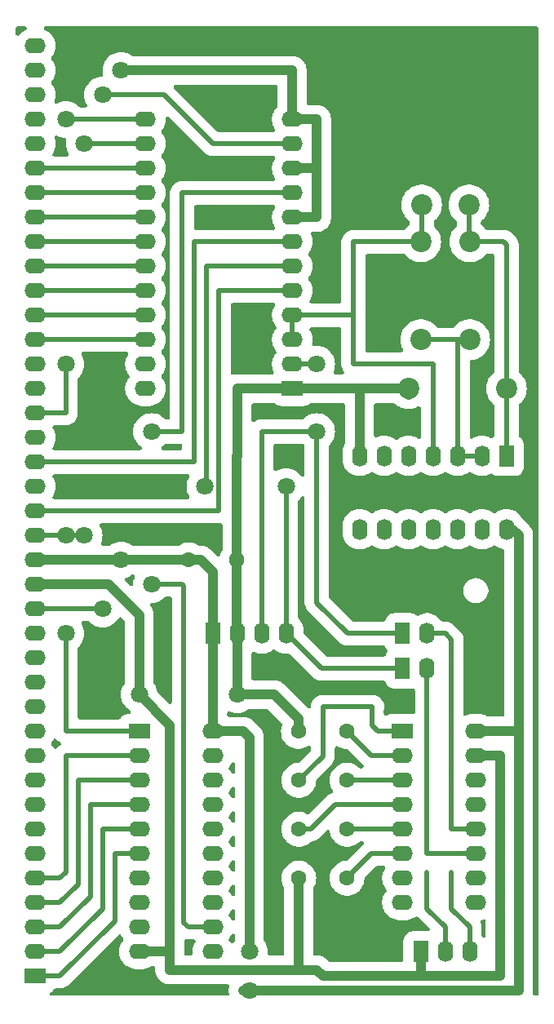
<source format=gbr>
G04 #@! TF.GenerationSoftware,KiCad,Pcbnew,8.0.6*
G04 #@! TF.CreationDate,2025-03-31T14:38:11+02:00*
G04 #@! TF.ProjectId,rc6502_uart,72633635-3032-45f7-9561-72742e6b6963,rev?*
G04 #@! TF.SameCoordinates,PX8977a68PY3d29f58*
G04 #@! TF.FileFunction,Copper,L2,Bot*
G04 #@! TF.FilePolarity,Positive*
%FSLAX46Y46*%
G04 Gerber Fmt 4.6, Leading zero omitted, Abs format (unit mm)*
G04 Created by KiCad (PCBNEW 8.0.6) date 2025-03-31 14:38:11*
%MOMM*%
%LPD*%
G01*
G04 APERTURE LIST*
G04 #@! TA.AperFunction,ComponentPad*
%ADD10C,1.600000*%
G04 #@! TD*
G04 #@! TA.AperFunction,ComponentPad*
%ADD11R,2.200000X1.600000*%
G04 #@! TD*
G04 #@! TA.AperFunction,ComponentPad*
%ADD12O,2.200000X1.600000*%
G04 #@! TD*
G04 #@! TA.AperFunction,ComponentPad*
%ADD13R,1.600000X2.200000*%
G04 #@! TD*
G04 #@! TA.AperFunction,ComponentPad*
%ADD14O,1.600000X2.200000*%
G04 #@! TD*
G04 #@! TA.AperFunction,ComponentPad*
%ADD15C,2.200000*%
G04 #@! TD*
G04 #@! TA.AperFunction,ViaPad*
%ADD16C,1.800000*%
G04 #@! TD*
G04 #@! TA.AperFunction,Conductor*
%ADD17C,0.500000*%
G04 #@! TD*
G04 #@! TA.AperFunction,Conductor*
%ADD18C,1.000000*%
G04 #@! TD*
G04 APERTURE END LIST*
D10*
G04 #@! TO.P,C3,1*
G04 #@! TO.N,Net-(U4-VS+)*
X-20400000Y-73660000D03*
G04 #@! TO.P,C3,2*
G04 #@! TO.N,GND*
X-25400000Y-73660000D03*
G04 #@! TD*
D11*
G04 #@! TO.P,J1,1,A15*
G04 #@! TO.N,Net-(J1-A15)*
X-52705000Y-99060000D03*
D12*
G04 #@! TO.P,J1,2,A14*
G04 #@! TO.N,Net-(J1-A14)*
X-52705000Y-96520000D03*
G04 #@! TO.P,J1,3,A13*
G04 #@! TO.N,Net-(J1-A13)*
X-52705000Y-93980000D03*
G04 #@! TO.P,J1,4,A12*
G04 #@! TO.N,Net-(J1-A12)*
X-52705000Y-91440000D03*
G04 #@! TO.P,J1,5,A11*
G04 #@! TO.N,Net-(J1-A11)*
X-52705000Y-88900000D03*
G04 #@! TO.P,J1,6,A10*
G04 #@! TO.N,unconnected-(J1-A10-Pad6)*
X-52705000Y-86360000D03*
G04 #@! TO.P,J1,7,A9*
G04 #@! TO.N,unconnected-(J1-A9-Pad7)*
X-52705000Y-83820000D03*
G04 #@! TO.P,J1,8,A8*
G04 #@! TO.N,unconnected-(J1-A8-Pad8)*
X-52705000Y-81280000D03*
G04 #@! TO.P,J1,9,A7*
G04 #@! TO.N,unconnected-(J1-A7-Pad9)*
X-52705000Y-78740000D03*
G04 #@! TO.P,J1,10,A6*
G04 #@! TO.N,unconnected-(J1-A6-Pad10)*
X-52705000Y-76200000D03*
G04 #@! TO.P,J1,11,A5*
G04 #@! TO.N,unconnected-(J1-A5-Pad11)*
X-52705000Y-73660000D03*
G04 #@! TO.P,J1,12,A4*
G04 #@! TO.N,unconnected-(J1-A4-Pad12)*
X-52705000Y-71120000D03*
G04 #@! TO.P,J1,13,A3*
G04 #@! TO.N,unconnected-(J1-A3-Pad13)*
X-52705000Y-68580000D03*
G04 #@! TO.P,J1,14,A2*
G04 #@! TO.N,unconnected-(J1-A2-Pad14)*
X-52705000Y-66040000D03*
G04 #@! TO.P,J1,15,A1*
G04 #@! TO.N,unconnected-(J1-A1-Pad15)*
X-52705000Y-63500000D03*
G04 #@! TO.P,J1,16,A0*
G04 #@! TO.N,Net-(J1-A0)*
X-52705000Y-60960000D03*
G04 #@! TO.P,J1,17,P17*
G04 #@! TO.N,GND*
X-52705000Y-58420000D03*
G04 #@! TO.P,J1,18,P18*
G04 #@! TO.N,VCC*
X-52705000Y-55880000D03*
G04 #@! TO.P,J1,19,PHI2*
G04 #@! TO.N,Net-(J1-PHI2)*
X-52705000Y-53340000D03*
G04 #@! TO.P,J1,20,RESET*
G04 #@! TO.N,Net-(J1-RESET)*
X-52705000Y-50800000D03*
G04 #@! TO.P,J1,21,PHI0*
G04 #@! TO.N,unconnected-(J1-PHI0-Pad21)*
X-52705000Y-48260000D03*
G04 #@! TO.P,J1,22,IRQ*
G04 #@! TO.N,Net-(J1-IRQ)*
X-52705000Y-45720000D03*
G04 #@! TO.P,J1,23,PHI1*
G04 #@! TO.N,unconnected-(J1-PHI1-Pad23)*
X-52705000Y-43180000D03*
G04 #@! TO.P,J1,24,RW*
G04 #@! TO.N,Net-(J1-RW)*
X-52705000Y-40640000D03*
G04 #@! TO.P,J1,25,READY*
G04 #@! TO.N,unconnected-(J1-READY-Pad25)*
X-52705000Y-38100000D03*
G04 #@! TO.P,J1,26,SYNC*
G04 #@! TO.N,unconnected-(J1-SYNC-Pad26)*
X-52705000Y-35560000D03*
G04 #@! TO.P,J1,27,D0*
G04 #@! TO.N,Net-(J1-D0)*
X-52705000Y-33020000D03*
G04 #@! TO.P,J1,28,D1*
G04 #@! TO.N,Net-(J1-D1)*
X-52705000Y-30480000D03*
G04 #@! TO.P,J1,29,D2*
G04 #@! TO.N,Net-(J1-D2)*
X-52705000Y-27940000D03*
G04 #@! TO.P,J1,30,D3*
G04 #@! TO.N,Net-(J1-D3)*
X-52705000Y-25400000D03*
G04 #@! TO.P,J1,31,D4*
G04 #@! TO.N,Net-(J1-D4)*
X-52705000Y-22860000D03*
G04 #@! TO.P,J1,32,D5*
G04 #@! TO.N,Net-(J1-D5)*
X-52705000Y-20320000D03*
G04 #@! TO.P,J1,33,D6*
G04 #@! TO.N,Net-(J1-D6)*
X-52705000Y-17780000D03*
G04 #@! TO.P,J1,34,D7*
G04 #@! TO.N,Net-(J1-D7)*
X-52705000Y-15240000D03*
G04 #@! TO.P,J1,35,TX*
G04 #@! TO.N,unconnected-(J1-TX-Pad35)*
X-52705000Y-12700000D03*
G04 #@! TO.P,J1,36,RX*
G04 #@! TO.N,unconnected-(J1-RX-Pad36)*
X-52705000Y-10160000D03*
G04 #@! TO.P,J1,37,NMI*
G04 #@! TO.N,unconnected-(J1-NMI-Pad37)*
X-52705000Y-7620000D03*
G04 #@! TO.P,J1,38,P38*
G04 #@! TO.N,unconnected-(J1-P38-Pad38)*
X-52705000Y-5080000D03*
G04 #@! TO.P,J1,39,P39*
G04 #@! TO.N,unconnected-(J1-P39-Pad39)*
X-52705000Y-2540000D03*
G04 #@! TD*
D10*
G04 #@! TO.P,C5,1*
G04 #@! TO.N,VCC*
X-36790000Y-55880000D03*
G04 #@! TO.P,C5,2*
G04 #@! TO.N,GND*
X-31790000Y-55880000D03*
G04 #@! TD*
D11*
G04 #@! TO.P,U2,1,I1/CLK*
G04 #@! TO.N,Net-(J1-PHI2)*
X-41905000Y-73660000D03*
D12*
G04 #@! TO.P,U2,2,I2*
G04 #@! TO.N,Net-(J1-A11)*
X-41905000Y-76200000D03*
G04 #@! TO.P,U2,3,I3*
G04 #@! TO.N,Net-(J1-A12)*
X-41905000Y-78740000D03*
G04 #@! TO.P,U2,4,I4*
G04 #@! TO.N,Net-(J1-A13)*
X-41905000Y-81280000D03*
G04 #@! TO.P,U2,5,I5*
G04 #@! TO.N,Net-(J1-A14)*
X-41905000Y-83820000D03*
G04 #@! TO.P,U2,6,I6*
G04 #@! TO.N,Net-(J1-A15)*
X-41905000Y-86360000D03*
G04 #@! TO.P,U2,7,I7*
G04 #@! TO.N,unconnected-(U2-I7-Pad7)*
X-41905000Y-88900000D03*
G04 #@! TO.P,U2,8,I8*
G04 #@! TO.N,unconnected-(U2-I8-Pad8)*
X-41905000Y-91440000D03*
G04 #@! TO.P,U2,9,I9*
G04 #@! TO.N,unconnected-(U2-I9-Pad9)*
X-41905000Y-93980000D03*
G04 #@! TO.P,U2,10,GND*
G04 #@! TO.N,GND*
X-41905000Y-96520000D03*
G04 #@! TO.P,U2,11,I10/~{OE}*
G04 #@! TO.N,unconnected-(U2-I10{slash}~{OE}-Pad11)*
X-34285000Y-96520000D03*
G04 #@! TO.P,U2,12,IO8*
G04 #@! TO.N,Net-(U2-IO8)*
X-34285000Y-93980000D03*
G04 #@! TO.P,U2,13,IO7*
G04 #@! TO.N,unconnected-(U2-IO7-Pad13)*
X-34285000Y-91440000D03*
G04 #@! TO.P,U2,14,IO6*
G04 #@! TO.N,unconnected-(U2-IO6-Pad14)*
X-34285000Y-88900000D03*
G04 #@! TO.P,U2,15,IO5*
G04 #@! TO.N,unconnected-(U2-IO5-Pad15)*
X-34285000Y-86360000D03*
G04 #@! TO.P,U2,16,IO4*
G04 #@! TO.N,unconnected-(U2-IO4-Pad16)*
X-34285000Y-83820000D03*
G04 #@! TO.P,U2,17,I03*
G04 #@! TO.N,unconnected-(U2-I03-Pad17)*
X-34285000Y-81280000D03*
G04 #@! TO.P,U2,18,IO2*
G04 #@! TO.N,unconnected-(U2-IO2-Pad18)*
X-34285000Y-78740000D03*
G04 #@! TO.P,U2,19,IO1*
G04 #@! TO.N,unconnected-(U2-IO1-Pad19)*
X-34285000Y-76200000D03*
G04 #@! TO.P,U2,20,VCC*
G04 #@! TO.N,VCC*
X-34285000Y-73660000D03*
G04 #@! TD*
D13*
G04 #@! TO.P,J2,1,Pin_1*
G04 #@! TO.N,GND*
X-12700000Y-96520000D03*
D14*
G04 #@! TO.P,J2,2,Pin_2*
G04 #@! TO.N,/Pin2*
X-10160000Y-96520000D03*
G04 #@! TO.P,J2,3,Pin_3*
G04 #@! TO.N,/Pin3*
X-7620000Y-96520000D03*
G04 #@! TD*
D15*
G04 #@! TO.P,R1,1*
G04 #@! TO.N,GND*
X-13970000Y-38100000D03*
G04 #@! TO.P,R1,2*
G04 #@! TO.N,Net-(R1-Pad2)*
X-3810000Y-38100000D03*
G04 #@! TD*
G04 #@! TO.P,R3,1*
G04 #@! TO.N,Net-(R2-Pad2)*
X-12700000Y-33020000D03*
G04 #@! TO.P,R3,2*
G04 #@! TO.N,Net-(U3-Rx_CLK)*
X-12700000Y-22860000D03*
G04 #@! TD*
G04 #@! TO.P,R2,1*
G04 #@! TO.N,Net-(R1-Pad2)*
X-7620000Y-22860000D03*
G04 #@! TO.P,R2,2*
G04 #@! TO.N,Net-(R2-Pad2)*
X-7620000Y-33020000D03*
G04 #@! TD*
D13*
G04 #@! TO.P,J6,1,Pin_1*
G04 #@! TO.N,VCC*
X-34290000Y-63500000D03*
D14*
G04 #@! TO.P,J6,2,Pin_2*
G04 #@! TO.N,GND*
X-31750000Y-63500000D03*
G04 #@! TO.P,J6,3,Pin_3*
G04 #@! TO.N,/RxD*
X-29210000Y-63500000D03*
G04 #@! TO.P,J6,4,Pin_4*
G04 #@! TO.N,/TxD*
X-26670000Y-63500000D03*
G04 #@! TD*
D13*
G04 #@! TO.P,J4,1,Pin_1*
G04 #@! TO.N,/RxD*
X-14605000Y-63500000D03*
D14*
G04 #@! TO.P,J4,2,Pin_2*
G04 #@! TO.N,Net-(J4-Pin_2)*
X-12065000Y-63500000D03*
G04 #@! TD*
D10*
G04 #@! TO.P,C4,1*
G04 #@! TO.N,GND*
X-25360000Y-88900000D03*
G04 #@! TO.P,C4,2*
G04 #@! TO.N,Net-(U4-VS-)*
X-20360000Y-88900000D03*
G04 #@! TD*
G04 #@! TO.P,C2,1*
G04 #@! TO.N,Net-(U4-C2+)*
X-25360000Y-83820000D03*
G04 #@! TO.P,C2,2*
G04 #@! TO.N,Net-(U4-C2-)*
X-20360000Y-83820000D03*
G04 #@! TD*
D11*
G04 #@! TO.P,U4,1,C1+*
G04 #@! TO.N,Net-(U4-C1+)*
X-14605000Y-73660000D03*
D12*
G04 #@! TO.P,U4,2,VS+*
G04 #@! TO.N,Net-(U4-VS+)*
X-14605000Y-76200000D03*
G04 #@! TO.P,U4,3,C1-*
G04 #@! TO.N,Net-(U4-C1-)*
X-14605000Y-78740000D03*
G04 #@! TO.P,U4,4,C2+*
G04 #@! TO.N,Net-(U4-C2+)*
X-14605000Y-81280000D03*
G04 #@! TO.P,U4,5,C2-*
G04 #@! TO.N,Net-(U4-C2-)*
X-14605000Y-83820000D03*
G04 #@! TO.P,U4,6,VS-*
G04 #@! TO.N,Net-(U4-VS-)*
X-14605000Y-86360000D03*
G04 #@! TO.P,U4,7,T2OUT*
G04 #@! TO.N,unconnected-(U4-T2OUT-Pad7)*
X-14605000Y-88900000D03*
G04 #@! TO.P,U4,8,R2IN*
G04 #@! TO.N,unconnected-(U4-R2IN-Pad8)*
X-14605000Y-91440000D03*
G04 #@! TO.P,U4,9,R2OUT*
G04 #@! TO.N,unconnected-(U4-R2OUT-Pad9)*
X-6985000Y-91440000D03*
G04 #@! TO.P,U4,10,T2IN*
G04 #@! TO.N,unconnected-(U4-T2IN-Pad10)*
X-6985000Y-88900000D03*
G04 #@! TO.P,U4,11,T1IN*
G04 #@! TO.N,Net-(J5-Pin_2)*
X-6985000Y-86360000D03*
G04 #@! TO.P,U4,12,R1OUT*
G04 #@! TO.N,Net-(J4-Pin_2)*
X-6985000Y-83820000D03*
G04 #@! TO.P,U4,13,R1IN*
G04 #@! TO.N,/Pin2*
X-6985000Y-81280000D03*
G04 #@! TO.P,U4,14,T1OUT*
G04 #@! TO.N,/Pin3*
X-6985000Y-78740000D03*
G04 #@! TO.P,U4,15,GND*
G04 #@! TO.N,GND*
X-6985000Y-76200000D03*
G04 #@! TO.P,U4,16,VCC*
G04 #@! TO.N,VCC*
X-6985000Y-73660000D03*
G04 #@! TD*
D10*
G04 #@! TO.P,C1,1*
G04 #@! TO.N,Net-(U4-C1+)*
X-25360000Y-78740000D03*
G04 #@! TO.P,C1,2*
G04 #@! TO.N,Net-(U4-C1-)*
X-20360000Y-78740000D03*
G04 #@! TD*
D11*
G04 #@! TO.P,U3,1,VSS*
G04 #@! TO.N,GND*
X-26035000Y-38100000D03*
D12*
G04 #@! TO.P,U3,2,Rx_Data*
G04 #@! TO.N,/RxD*
X-26035000Y-35560000D03*
G04 #@! TO.P,U3,3,Rx_CLK*
G04 #@! TO.N,Net-(U3-Rx_CLK)*
X-26035000Y-33020000D03*
G04 #@! TO.P,U3,4,Tx_CLK*
X-26035000Y-30480000D03*
G04 #@! TO.P,U3,5,~{RTS}*
G04 #@! TO.N,Net-(J1-RESET)*
X-26035000Y-27940000D03*
G04 #@! TO.P,U3,6,Tx_Data*
G04 #@! TO.N,/TxD*
X-26035000Y-25400000D03*
G04 #@! TO.P,U3,7,~{IRQ}*
G04 #@! TO.N,Net-(J1-IRQ)*
X-26035000Y-22860000D03*
G04 #@! TO.P,U3,8,CS0*
G04 #@! TO.N,VCC*
X-26035000Y-20320000D03*
G04 #@! TO.P,U3,9,CS2*
G04 #@! TO.N,Net-(U2-IO8)*
X-26035000Y-17780000D03*
G04 #@! TO.P,U3,10,CS1*
G04 #@! TO.N,VCC*
X-26035000Y-15240000D03*
G04 #@! TO.P,U3,11,RS*
G04 #@! TO.N,Net-(J1-A0)*
X-26035000Y-12700000D03*
G04 #@! TO.P,U3,12,VCC*
G04 #@! TO.N,VCC*
X-26035000Y-10160000D03*
G04 #@! TO.P,U3,13,R/~{W}*
G04 #@! TO.N,Net-(J1-RW)*
X-41275000Y-10160000D03*
G04 #@! TO.P,U3,14,E*
G04 #@! TO.N,Net-(J1-PHI2)*
X-41275000Y-12700000D03*
G04 #@! TO.P,U3,15,D7*
G04 #@! TO.N,Net-(J1-D7)*
X-41275000Y-15240000D03*
G04 #@! TO.P,U3,16,D6*
G04 #@! TO.N,Net-(J1-D6)*
X-41275000Y-17780000D03*
G04 #@! TO.P,U3,17,D5*
G04 #@! TO.N,Net-(J1-D5)*
X-41275000Y-20320000D03*
G04 #@! TO.P,U3,18,D4*
G04 #@! TO.N,Net-(J1-D4)*
X-41275000Y-22860000D03*
G04 #@! TO.P,U3,19,D3*
G04 #@! TO.N,Net-(J1-D3)*
X-41275000Y-25400000D03*
G04 #@! TO.P,U3,20,D2*
G04 #@! TO.N,Net-(J1-D2)*
X-41275000Y-27940000D03*
G04 #@! TO.P,U3,21,D1*
G04 #@! TO.N,Net-(J1-D1)*
X-41275000Y-30480000D03*
G04 #@! TO.P,U3,22,D0*
G04 #@! TO.N,Net-(J1-D0)*
X-41275000Y-33020000D03*
G04 #@! TO.P,U3,23,~{DCD}*
G04 #@! TO.N,unconnected-(U3-~{DCD}-Pad23)*
X-41275000Y-35560000D03*
G04 #@! TO.P,U3,24,~{CTS}*
G04 #@! TO.N,unconnected-(U3-~{CTS}-Pad24)*
X-41275000Y-38100000D03*
G04 #@! TD*
D15*
G04 #@! TO.P,Y1,1,1*
G04 #@! TO.N,Net-(R1-Pad2)*
X-7710000Y-19042500D03*
G04 #@! TO.P,Y1,2,2*
G04 #@! TO.N,Net-(U3-Rx_CLK)*
X-12610000Y-19042500D03*
G04 #@! TD*
D13*
G04 #@! TO.P,J5,1,Pin_1*
G04 #@! TO.N,/TxD*
X-14585000Y-67155000D03*
D14*
G04 #@! TO.P,J5,2,Pin_2*
G04 #@! TO.N,Net-(J5-Pin_2)*
X-12045000Y-67155000D03*
G04 #@! TD*
D13*
G04 #@! TO.P,U1,1*
G04 #@! TO.N,Net-(R1-Pad2)*
X-3805000Y-45070000D03*
D14*
G04 #@! TO.P,U1,2*
G04 #@! TO.N,Net-(R2-Pad2)*
X-6345000Y-45070000D03*
G04 #@! TO.P,U1,3*
X-8885000Y-45070000D03*
G04 #@! TO.P,U1,4*
G04 #@! TO.N,Net-(U3-Rx_CLK)*
X-11425000Y-45070000D03*
G04 #@! TO.P,U1,5*
G04 #@! TO.N,N/C*
X-13965000Y-45070000D03*
G04 #@! TO.P,U1,6*
X-16505000Y-45070000D03*
G04 #@! TO.P,U1,7,GND*
G04 #@! TO.N,GND*
X-19045000Y-45070000D03*
G04 #@! TO.P,U1,8*
G04 #@! TO.N,N/C*
X-19045000Y-52690000D03*
G04 #@! TO.P,U1,9*
X-16505000Y-52690000D03*
G04 #@! TO.P,U1,10*
X-13965000Y-52690000D03*
G04 #@! TO.P,U1,11*
X-11425000Y-52690000D03*
G04 #@! TO.P,U1,12*
X-8885000Y-52690000D03*
G04 #@! TO.P,U1,13*
X-6345000Y-52690000D03*
G04 #@! TO.P,U1,14,VCC*
G04 #@! TO.N,VCC*
X-3805000Y-52690000D03*
G04 #@! TD*
D16*
G04 #@! TO.N,GND*
X-41910000Y-69850000D03*
X-31750000Y-69850000D03*
G04 #@! TO.N,VCC*
X-43815000Y-5080000D03*
X-30480000Y-96520000D03*
X-30480000Y-100600000D03*
X-43815000Y-55880000D03*
G04 #@! TO.N,Net-(J1-RW)*
X-49530000Y-35560000D03*
X-49530000Y-10160000D03*
G04 #@! TO.N,Net-(J1-A0)*
X-45720000Y-60960000D03*
X-45720000Y-7620000D03*
G04 #@! TO.N,Net-(J1-PHI2)*
X-49530000Y-53340000D03*
X-49530000Y-53340000D03*
X-47625000Y-12700000D03*
X-49530000Y-63500000D03*
X-47625000Y-53340000D03*
G04 #@! TO.N,/RxD*
X-23495000Y-42545000D03*
X-23495000Y-35560000D03*
G04 #@! TO.N,/TxD*
X-26670000Y-48260000D03*
X-35105000Y-48260000D03*
G04 #@! TO.N,Net-(U2-IO8)*
X-40640000Y-58420000D03*
X-40640000Y-42545000D03*
G04 #@! TD*
D17*
G04 #@! TO.N,Net-(U4-C1+)*
X-22860000Y-71120000D02*
X-22860000Y-76240000D01*
X-17780000Y-71160000D02*
X-17740000Y-71120000D01*
X-17145000Y-73660000D02*
X-17780000Y-73025000D01*
X-17740000Y-71120000D02*
X-22860000Y-71120000D01*
X-14605000Y-73660000D02*
X-17145000Y-73660000D01*
X-22860000Y-76240000D02*
X-25360000Y-78740000D01*
X-17780000Y-73025000D02*
X-17780000Y-71160000D01*
G04 #@! TO.N,Net-(U4-C1-)*
X-20360000Y-78740000D02*
X-14605000Y-78740000D01*
G04 #@! TO.N,Net-(U4-C2-)*
X-20360000Y-83820000D02*
X-14605000Y-83820000D01*
G04 #@! TO.N,Net-(U4-C2+)*
X-25360000Y-83820000D02*
X-24130000Y-83820000D01*
X-24130000Y-83820000D02*
X-21590000Y-81280000D01*
X-21590000Y-81280000D02*
X-14605000Y-81280000D01*
D18*
G04 #@! TO.N,GND*
X-38735000Y-73025000D02*
X-38735000Y-98425000D01*
X-19045000Y-40010000D02*
X-19045000Y-45070000D01*
X-31750000Y-38100000D02*
X-26035000Y-38100000D01*
X-25360000Y-98385000D02*
X-25400000Y-98425000D01*
X-25400000Y-72390000D02*
X-27940000Y-69850000D01*
X-31790000Y-55920000D02*
X-31790000Y-63460000D01*
X-23495000Y-98425000D02*
X-22860000Y-99060000D01*
X-45085000Y-58420000D02*
X-52705000Y-58420000D01*
X-4445000Y-76200000D02*
X-4445000Y-99060000D01*
X-19050000Y-40005000D02*
X-19045000Y-40010000D01*
X-38735000Y-98425000D02*
X-25400000Y-98425000D01*
X-31750000Y-45085000D02*
X-31750000Y-38100000D01*
X-4445000Y-99060000D02*
X-12700000Y-99060000D01*
X-31790000Y-45125000D02*
X-31750000Y-45085000D01*
X-25360000Y-88900000D02*
X-25360000Y-98385000D01*
X-31750000Y-63500000D02*
X-31750000Y-69850000D01*
X-41910000Y-69850000D02*
X-41910000Y-61595000D01*
X-22860000Y-99060000D02*
X-12700000Y-99060000D01*
X-19050000Y-38735000D02*
X-19050000Y-40005000D01*
X-41910000Y-69850000D02*
X-38735000Y-73025000D01*
X-25400000Y-73660000D02*
X-25400000Y-72390000D01*
X-31790000Y-45125000D02*
X-31790000Y-55920000D01*
X-12700000Y-96520000D02*
X-12700000Y-99060000D01*
X-41910000Y-61595000D02*
X-45085000Y-58420000D01*
X-41905000Y-96520000D02*
X-38735000Y-96520000D01*
X-25400000Y-98425000D02*
X-23495000Y-98425000D01*
X-14605000Y-38100000D02*
X-13970000Y-38735000D01*
X-26035000Y-38100000D02*
X-14605000Y-38100000D01*
X-31790000Y-63460000D02*
X-31750000Y-63500000D01*
X-6985000Y-76200000D02*
X-4445000Y-76200000D01*
X-31750000Y-69850000D02*
X-27940000Y-69850000D01*
D17*
G04 #@! TO.N,Net-(U4-VS+)*
X-17860000Y-76200000D02*
X-14605000Y-76200000D01*
X-20400000Y-73660000D02*
X-17860000Y-76200000D01*
G04 #@! TO.N,Net-(U4-VS-)*
X-17820000Y-86360000D02*
X-14605000Y-86360000D01*
X-20360000Y-88900000D02*
X-17820000Y-86360000D01*
G04 #@! TO.N,Net-(J1-D5)*
X-41275000Y-20320000D02*
X-52705000Y-20320000D01*
G04 #@! TO.N,Net-(J1-D6)*
X-41275000Y-17780000D02*
X-52705000Y-17780000D01*
D18*
G04 #@! TO.N,VCC*
X-2540000Y-53340000D02*
X-2540000Y-72390000D01*
X-30480000Y-74295000D02*
X-31115000Y-73660000D01*
X-6985000Y-73660000D02*
X-6955000Y-73630000D01*
X-31115000Y-100600000D02*
X-30480000Y-100600000D01*
X-3805000Y-52690000D02*
X-3190000Y-52690000D01*
X-34290000Y-57150000D02*
X-34290000Y-63500000D01*
X-30480000Y-100600000D02*
X-31115000Y-100600000D01*
X-30480000Y-96520000D02*
X-30480000Y-74295000D01*
X-52705000Y-55880000D02*
X-43815000Y-55880000D01*
X-3190000Y-52690000D02*
X-2540000Y-53340000D01*
X-34285000Y-64775000D02*
X-34285000Y-73660000D01*
X-2540000Y-72390000D02*
X-2540000Y-73660000D01*
X-34285000Y-73660000D02*
X-31115000Y-73660000D01*
X-2570000Y-73630000D02*
X-2540000Y-73660000D01*
X-26035000Y-10160000D02*
X-23495000Y-10160000D01*
X-2540000Y-100600000D02*
X-30480000Y-100600000D01*
X-23495000Y-15240000D02*
X-23495000Y-20320000D01*
X-36790000Y-55880000D02*
X-35560000Y-55880000D01*
X-43815000Y-5080000D02*
X-26035000Y-5080000D01*
X-34290000Y-64770000D02*
X-34285000Y-64775000D01*
X-2540000Y-73660000D02*
X-2540000Y-100600000D01*
X-34290000Y-63500000D02*
X-34290000Y-64770000D01*
X-23495000Y-10160000D02*
X-23495000Y-15240000D01*
X-26035000Y-5080000D02*
X-26035000Y-10160000D01*
X-23495000Y-20320000D02*
X-26035000Y-20320000D01*
X-6955000Y-73630000D02*
X-2570000Y-73630000D01*
X-43815000Y-55880000D02*
X-36790000Y-55880000D01*
X-35560000Y-55880000D02*
X-34290000Y-57150000D01*
X-26035000Y-15240000D02*
X-23495000Y-15240000D01*
D17*
G04 #@! TO.N,Net-(J1-A13)*
X-46990000Y-90805000D02*
X-50165000Y-93980000D01*
X-50165000Y-93980000D02*
X-52705000Y-93980000D01*
X-46990000Y-81280000D02*
X-46990000Y-90805000D01*
X-41905000Y-81280000D02*
X-46990000Y-81280000D01*
G04 #@! TO.N,Net-(J1-RW)*
X-52705000Y-40640000D02*
X-49530000Y-40640000D01*
X-49530000Y-10160000D02*
X-41275000Y-10160000D01*
X-49530000Y-40640000D02*
X-49530000Y-35560000D01*
G04 #@! TO.N,Net-(J1-IRQ)*
X-36195000Y-45720000D02*
X-52705000Y-45720000D01*
X-36195000Y-22860000D02*
X-36195000Y-45720000D01*
X-26035000Y-22860000D02*
X-36195000Y-22860000D01*
G04 #@! TO.N,Net-(J1-A0)*
X-34290000Y-12700000D02*
X-39370000Y-7620000D01*
X-39370000Y-7620000D02*
X-45720000Y-7620000D01*
X-45720000Y-60960000D02*
X-52705000Y-60960000D01*
X-26035000Y-12700000D02*
X-34290000Y-12700000D01*
G04 #@! TO.N,Net-(J1-RESET)*
X-33655000Y-27940000D02*
X-33655000Y-50800000D01*
X-26035000Y-27940000D02*
X-33655000Y-27940000D01*
X-33655000Y-50800000D02*
X-52705000Y-50800000D01*
G04 #@! TO.N,Net-(J1-A11)*
X-50165000Y-88900000D02*
X-52705000Y-88900000D01*
X-49530000Y-88265000D02*
X-50165000Y-88900000D01*
X-41905000Y-76200000D02*
X-49530000Y-76200000D01*
X-49530000Y-76200000D02*
X-49530000Y-88265000D01*
G04 #@! TO.N,Net-(J1-D1)*
X-41275000Y-30480000D02*
X-52705000Y-30480000D01*
G04 #@! TO.N,Net-(J1-A12)*
X-48260000Y-78740000D02*
X-48260000Y-89535000D01*
X-48260000Y-89535000D02*
X-50165000Y-91440000D01*
X-50165000Y-91440000D02*
X-52705000Y-91440000D01*
X-41905000Y-78740000D02*
X-48260000Y-78740000D01*
G04 #@! TO.N,Net-(J1-A14)*
X-41905000Y-83820000D02*
X-45720000Y-83820000D01*
X-45720000Y-83820000D02*
X-45720000Y-92075000D01*
X-45720000Y-92075000D02*
X-50165000Y-96520000D01*
X-50165000Y-96520000D02*
X-52705000Y-96520000D01*
G04 #@! TO.N,Net-(J1-A15)*
X-44450000Y-93345000D02*
X-50165000Y-99060000D01*
X-41905000Y-86360000D02*
X-44450000Y-86360000D01*
X-50165000Y-99060000D02*
X-52705000Y-99060000D01*
X-44450000Y-86360000D02*
X-44450000Y-93345000D01*
G04 #@! TO.N,Net-(J1-PHI2)*
X-47625000Y-53340000D02*
X-49530000Y-53340000D01*
X-49530000Y-63500000D02*
X-49530000Y-73660000D01*
X-41275000Y-12700000D02*
X-47625000Y-12700000D01*
X-49530000Y-53340000D02*
X-52705000Y-53340000D01*
X-41905000Y-73660000D02*
X-49530000Y-73660000D01*
G04 #@! TO.N,Net-(J1-D4)*
X-41275000Y-22860000D02*
X-52705000Y-22860000D01*
G04 #@! TO.N,Net-(J1-D2)*
X-41275000Y-27940000D02*
X-52705000Y-27940000D01*
G04 #@! TO.N,Net-(J1-D0)*
X-41275000Y-33020000D02*
X-52705000Y-33020000D01*
G04 #@! TO.N,Net-(J1-D7)*
X-41275000Y-15240000D02*
X-52705000Y-15240000D01*
G04 #@! TO.N,Net-(J1-D3)*
X-41275000Y-25400000D02*
X-52705000Y-25400000D01*
G04 #@! TO.N,/Pin2*
X-12065000Y-92075000D02*
X-10160000Y-93980000D01*
X-12065000Y-92075000D02*
X-12065000Y-88265000D01*
X-10160000Y-93980000D02*
X-10160000Y-96520000D01*
G04 #@! TO.N,/Pin3*
X-9525000Y-92075000D02*
X-9525000Y-88265000D01*
X-9525000Y-92075000D02*
X-7620000Y-93980000D01*
X-9525000Y-88265000D02*
X-9525000Y-88900000D01*
X-7620000Y-93980000D02*
X-7620000Y-96520000D01*
G04 #@! TO.N,/RxD*
X-29210000Y-63500000D02*
X-29210000Y-42545000D01*
X-23495000Y-42545000D02*
X-23495000Y-60325000D01*
X-23495000Y-60325000D02*
X-20320000Y-63500000D01*
X-29210000Y-42545000D02*
X-23495000Y-42545000D01*
X-20320000Y-63500000D02*
X-14605000Y-63500000D01*
X-23495000Y-35560000D02*
X-26035000Y-35560000D01*
G04 #@! TO.N,/TxD*
X-34925000Y-25400000D02*
X-26035000Y-25400000D01*
X-34925000Y-48080000D02*
X-34925000Y-25400000D01*
X-26670000Y-48260000D02*
X-26670000Y-63500000D01*
X-26670000Y-63500000D02*
X-23015000Y-67155000D01*
X-23015000Y-67155000D02*
X-14585000Y-67155000D01*
X-35105000Y-48260000D02*
X-34925000Y-48080000D01*
G04 #@! TO.N,Net-(J4-Pin_2)*
X-6985000Y-83820000D02*
X-9525000Y-83820000D01*
X-9525000Y-64135000D02*
X-10160000Y-63500000D01*
X-9525000Y-83820000D02*
X-9525000Y-64135000D01*
X-10160000Y-63500000D02*
X-12065000Y-63500000D01*
G04 #@! TO.N,Net-(J5-Pin_2)*
X-6985000Y-86360000D02*
X-12065000Y-86360000D01*
X-12065000Y-86360000D02*
X-12065000Y-81280000D01*
X-12045000Y-81260000D02*
X-12065000Y-81280000D01*
X-12045000Y-67155000D02*
X-12045000Y-81260000D01*
G04 #@! TO.N,Net-(R1-Pad2)*
X-4117500Y-22860000D02*
X-3805000Y-23172500D01*
X-7710000Y-19042500D02*
X-7710000Y-22770000D01*
X-7710000Y-22770000D02*
X-7620000Y-22860000D01*
X-7620000Y-22860000D02*
X-4117500Y-22860000D01*
X-3805000Y-23172500D02*
X-3805000Y-45070000D01*
G04 #@! TO.N,Net-(R2-Pad2)*
X-7620000Y-33020000D02*
X-8890000Y-33020000D01*
X-8890000Y-33020000D02*
X-12700000Y-33020000D01*
X-8885000Y-45070000D02*
X-6345000Y-45070000D01*
X-8890000Y-34280000D02*
X-8890000Y-33020000D01*
X-8885000Y-34285000D02*
X-8890000Y-34280000D01*
X-8885000Y-45070000D02*
X-8885000Y-34285000D01*
G04 #@! TO.N,Net-(U3-Rx_CLK)*
X-11430000Y-35560000D02*
X-19685000Y-35560000D01*
X-12700000Y-22860000D02*
X-19685000Y-22860000D01*
X-11425000Y-45070000D02*
X-11425000Y-35565000D01*
X-26035000Y-30480000D02*
X-19685000Y-30480000D01*
X-12610000Y-22770000D02*
X-12700000Y-22860000D01*
X-19685000Y-35560000D02*
X-19685000Y-30480000D01*
X-19685000Y-30480000D02*
X-19685000Y-29845000D01*
X-11425000Y-35565000D02*
X-11430000Y-35560000D01*
X-19685000Y-22860000D02*
X-19685000Y-29845000D01*
X-26035000Y-30480000D02*
X-26035000Y-33020000D01*
X-12610000Y-19042500D02*
X-12610000Y-22770000D01*
G04 #@! TO.N,Net-(U2-IO8)*
X-37465000Y-42545000D02*
X-40640000Y-42545000D01*
X-37465000Y-17780000D02*
X-37465000Y-42545000D01*
X-40640000Y-58420000D02*
X-37465000Y-58420000D01*
X-36830000Y-93980000D02*
X-34285000Y-93980000D01*
X-37285000Y-58600000D02*
X-37285000Y-93525000D01*
X-26035000Y-17780000D02*
X-37465000Y-17780000D01*
X-37465000Y-58420000D02*
X-37285000Y-58600000D01*
X-37285000Y-93525000D02*
X-36830000Y-93980000D01*
G04 #@! TD*
G04 #@! TA.AperFunction,NonConductor*
G36*
X-53700241Y-520207D02*
G01*
X-53631000Y-575426D01*
X-53592573Y-655218D01*
X-53592573Y-743782D01*
X-53631000Y-823574D01*
X-53700241Y-878793D01*
X-53710430Y-883352D01*
X-53803045Y-921714D01*
X-53803047Y-921715D01*
X-54007446Y-1039723D01*
X-54194703Y-1183410D01*
X-54361595Y-1350302D01*
X-54387624Y-1384225D01*
X-54455821Y-1440728D01*
X-54541780Y-1462045D01*
X-54628476Y-1443955D01*
X-54698738Y-1390041D01*
X-54738649Y-1310980D01*
X-54744500Y-1263080D01*
X-54744500Y-699500D01*
X-54724793Y-613157D01*
X-54669574Y-543916D01*
X-54589782Y-505489D01*
X-54545500Y-500500D01*
X-53786584Y-500500D01*
X-53700241Y-520207D01*
G37*
G04 #@! TD.AperFunction*
G04 #@! TA.AperFunction,NonConductor*
G36*
X-27648157Y-6600207D02*
G01*
X-27578916Y-6655426D01*
X-27540489Y-6735218D01*
X-27535500Y-6779500D01*
X-27535500Y-8731780D01*
X-27555207Y-8818123D01*
X-27593786Y-8872494D01*
X-27691590Y-8970297D01*
X-27835277Y-9157554D01*
X-27953285Y-9361953D01*
X-27953286Y-9361955D01*
X-28043607Y-9580009D01*
X-28074500Y-9695304D01*
X-28104693Y-9807986D01*
X-28135500Y-10041989D01*
X-28135500Y-10278011D01*
X-28104693Y-10512014D01*
X-28043606Y-10739993D01*
X-27953284Y-10958049D01*
X-27877064Y-11090067D01*
X-27841884Y-11151000D01*
X-27815779Y-11235629D01*
X-27828979Y-11323203D01*
X-27878869Y-11396378D01*
X-27955567Y-11440659D01*
X-28014223Y-11449500D01*
X-33689598Y-11449500D01*
X-33775941Y-11429793D01*
X-33830312Y-11391214D01*
X-38301311Y-6920214D01*
X-38348430Y-6845226D01*
X-38358346Y-6757219D01*
X-38329095Y-6673626D01*
X-38266471Y-6611002D01*
X-38182878Y-6581751D01*
X-38160597Y-6580500D01*
X-27734500Y-6580500D01*
X-27648157Y-6600207D01*
G37*
G04 #@! TD.AperFunction*
G04 #@! TA.AperFunction,NonConductor*
G36*
X-50472579Y-11816114D02*
G01*
X-50432299Y-11832678D01*
X-50321513Y-11893172D01*
X-50066801Y-11988175D01*
X-49801160Y-12045961D01*
X-49662465Y-12055880D01*
X-49577750Y-12081696D01*
X-49512624Y-12141713D01*
X-49479988Y-12224044D01*
X-49482210Y-12296672D01*
X-49510962Y-12428843D01*
X-49530355Y-12700000D01*
X-49510961Y-12971161D01*
X-49453177Y-13236795D01*
X-49358173Y-13491511D01*
X-49358171Y-13491516D01*
X-49246989Y-13695130D01*
X-49222906Y-13780356D01*
X-49238186Y-13867591D01*
X-49289803Y-13939557D01*
X-49367533Y-13982001D01*
X-49421647Y-13989500D01*
X-50725777Y-13989500D01*
X-50812120Y-13969793D01*
X-50881361Y-13914574D01*
X-50919788Y-13834782D01*
X-50919788Y-13746218D01*
X-50898116Y-13691000D01*
X-50876652Y-13653822D01*
X-50786716Y-13498049D01*
X-50696394Y-13279993D01*
X-50635307Y-13052014D01*
X-50604500Y-12818011D01*
X-50604500Y-12581989D01*
X-50635307Y-12347986D01*
X-50696394Y-12120007D01*
X-50711520Y-12083491D01*
X-50726355Y-11996181D01*
X-50701838Y-11911078D01*
X-50642825Y-11845041D01*
X-50561003Y-11811149D01*
X-50472579Y-11816114D01*
G37*
G04 #@! TD.AperFunction*
G04 #@! TA.AperFunction,NonConductor*
G36*
X-27927880Y-19050207D02*
G01*
X-27858639Y-19105426D01*
X-27820212Y-19185218D01*
X-27820212Y-19273782D01*
X-27841884Y-19329000D01*
X-27953285Y-19521953D01*
X-27953286Y-19521955D01*
X-27989975Y-19610530D01*
X-28043606Y-19740007D01*
X-28104693Y-19967986D01*
X-28135500Y-20201989D01*
X-28135500Y-20438011D01*
X-28104693Y-20672014D01*
X-28104692Y-20672017D01*
X-28044677Y-20895998D01*
X-28043606Y-20899993D01*
X-27953284Y-21118049D01*
X-27887097Y-21232688D01*
X-27841884Y-21311000D01*
X-27815779Y-21395629D01*
X-27828979Y-21483203D01*
X-27878869Y-21556378D01*
X-27955567Y-21600659D01*
X-28014223Y-21609500D01*
X-36015500Y-21609500D01*
X-36101843Y-21589793D01*
X-36171084Y-21534574D01*
X-36209511Y-21454782D01*
X-36214500Y-21410500D01*
X-36214500Y-19229500D01*
X-36194793Y-19143157D01*
X-36139574Y-19073916D01*
X-36059782Y-19035489D01*
X-36015500Y-19030500D01*
X-28014223Y-19030500D01*
X-27927880Y-19050207D01*
G37*
G04 #@! TD.AperFunction*
G04 #@! TA.AperFunction,NonConductor*
G36*
X-21048157Y-31750207D02*
G01*
X-20978916Y-31805426D01*
X-20940489Y-31885218D01*
X-20935500Y-31929500D01*
X-20935500Y-35658416D01*
X-20904711Y-35852820D01*
X-20904709Y-35852828D01*
X-20843887Y-36040017D01*
X-20843887Y-36040018D01*
X-20843885Y-36040021D01*
X-20843884Y-36040025D01*
X-20792948Y-36139993D01*
X-20754523Y-36215407D01*
X-20705028Y-36283530D01*
X-20670220Y-36364967D01*
X-20674193Y-36453441D01*
X-20716161Y-36531430D01*
X-20787810Y-36583486D01*
X-20866022Y-36599500D01*
X-21567708Y-36599500D01*
X-21654051Y-36579793D01*
X-21723292Y-36524574D01*
X-21761719Y-36444782D01*
X-21761719Y-36356218D01*
X-21754161Y-36330956D01*
X-21666825Y-36096801D01*
X-21609039Y-35831160D01*
X-21589645Y-35560000D01*
X-21609039Y-35288840D01*
X-21666825Y-35023199D01*
X-21761828Y-34768487D01*
X-21777353Y-34740055D01*
X-21892112Y-34529888D01*
X-21892116Y-34529882D01*
X-22055033Y-34312253D01*
X-22247254Y-34120032D01*
X-22464883Y-33957115D01*
X-22464889Y-33957111D01*
X-22703484Y-33826829D01*
X-22703489Y-33826827D01*
X-22835027Y-33777766D01*
X-22958199Y-33731825D01*
X-22958201Y-33731824D01*
X-22958205Y-33731823D01*
X-23223839Y-33674039D01*
X-23359420Y-33664342D01*
X-23495000Y-33654645D01*
X-23495001Y-33654645D01*
X-23772964Y-33674525D01*
X-23860493Y-33661028D01*
X-23933497Y-33610889D01*
X-23977517Y-33534041D01*
X-23983835Y-33445703D01*
X-23979382Y-33424540D01*
X-23965307Y-33372014D01*
X-23934500Y-33138011D01*
X-23934500Y-32901989D01*
X-23965307Y-32667986D01*
X-24026394Y-32440007D01*
X-24116716Y-32221951D01*
X-24228116Y-32029000D01*
X-24254221Y-31944371D01*
X-24241021Y-31856797D01*
X-24191131Y-31783622D01*
X-24114433Y-31739341D01*
X-24055777Y-31730500D01*
X-21134500Y-31730500D01*
X-21048157Y-31750207D01*
G37*
G04 #@! TD.AperFunction*
G04 #@! TA.AperFunction,NonConductor*
G36*
X-27927880Y-29210207D02*
G01*
X-27858639Y-29265426D01*
X-27820212Y-29345218D01*
X-27820212Y-29433782D01*
X-27841884Y-29489000D01*
X-27953284Y-29681951D01*
X-28043606Y-29900007D01*
X-28104693Y-30127986D01*
X-28135500Y-30361989D01*
X-28135500Y-30598011D01*
X-28104693Y-30832014D01*
X-28104692Y-30832017D01*
X-28049994Y-31036155D01*
X-28043606Y-31059993D01*
X-27953284Y-31278049D01*
X-27940642Y-31299945D01*
X-27835275Y-31482447D01*
X-27835273Y-31482451D01*
X-27722932Y-31628858D01*
X-27686005Y-31709355D01*
X-27687662Y-31797903D01*
X-27722932Y-31871142D01*
X-27835273Y-32017548D01*
X-27835275Y-32017552D01*
X-27953285Y-32221953D01*
X-27953286Y-32221955D01*
X-28043607Y-32440009D01*
X-28074500Y-32555304D01*
X-28104693Y-32667986D01*
X-28135500Y-32901989D01*
X-28135500Y-33138011D01*
X-28104693Y-33372014D01*
X-28104692Y-33372017D01*
X-28046812Y-33588030D01*
X-28043606Y-33599993D01*
X-27953284Y-33818049D01*
X-27872996Y-33957111D01*
X-27835275Y-34022447D01*
X-27835273Y-34022451D01*
X-27722932Y-34168858D01*
X-27686005Y-34249355D01*
X-27687662Y-34337903D01*
X-27722932Y-34411142D01*
X-27835273Y-34557548D01*
X-27835275Y-34557552D01*
X-27953285Y-34761953D01*
X-27953286Y-34761955D01*
X-28043607Y-34980009D01*
X-28080745Y-35118612D01*
X-28104693Y-35207986D01*
X-28135500Y-35441989D01*
X-28135500Y-35678011D01*
X-28104693Y-35912014D01*
X-28043606Y-36139993D01*
X-27969481Y-36318947D01*
X-27967244Y-36324346D01*
X-27952409Y-36411658D01*
X-27976926Y-36496760D01*
X-28035940Y-36562796D01*
X-28117762Y-36596688D01*
X-28151096Y-36599500D01*
X-31868092Y-36599500D01*
X-32101363Y-36636445D01*
X-32101371Y-36636447D01*
X-32144006Y-36650301D01*
X-32232213Y-36658240D01*
X-32315129Y-36627121D01*
X-32376331Y-36563108D01*
X-32403699Y-36478879D01*
X-32404500Y-36461041D01*
X-32404500Y-29389500D01*
X-32384793Y-29303157D01*
X-32329574Y-29233916D01*
X-32249782Y-29195489D01*
X-32205500Y-29190500D01*
X-28014223Y-29190500D01*
X-27927880Y-29210207D01*
G37*
G04 #@! TD.AperFunction*
G04 #@! TA.AperFunction,NonConductor*
G36*
X-15438399Y-39620207D02*
G01*
X-15399156Y-39645133D01*
X-15298917Y-39726683D01*
X-15209413Y-39799500D01*
X-15184148Y-39820054D01*
X-15184143Y-39820058D01*
X-14938625Y-39969361D01*
X-14675064Y-40083842D01*
X-14675060Y-40083843D01*
X-14675058Y-40083844D01*
X-14622313Y-40098622D01*
X-14589285Y-40107876D01*
X-14552631Y-40122185D01*
X-14545992Y-40125568D01*
X-14321368Y-40198553D01*
X-14321366Y-40198553D01*
X-14321363Y-40198554D01*
X-14088092Y-40235500D01*
X-13851908Y-40235500D01*
X-13618631Y-40198553D01*
X-13394008Y-40125568D01*
X-13387376Y-40122188D01*
X-13350716Y-40107876D01*
X-13264942Y-40083844D01*
X-13210063Y-40060007D01*
X-13001380Y-39969363D01*
X-13001381Y-39969363D01*
X-13001375Y-39969361D01*
X-12977898Y-39955083D01*
X-12893889Y-39927059D01*
X-12806036Y-39938260D01*
X-12731744Y-39986469D01*
X-12685727Y-40062139D01*
X-12675500Y-40125112D01*
X-12675500Y-43090776D01*
X-12695207Y-43177119D01*
X-12750426Y-43246360D01*
X-12830218Y-43284787D01*
X-12918782Y-43284787D01*
X-12973999Y-43263116D01*
X-13122952Y-43177119D01*
X-13166951Y-43151716D01*
X-13166954Y-43151714D01*
X-13166957Y-43151713D01*
X-13383571Y-43061989D01*
X-13385007Y-43061394D01*
X-13385009Y-43061393D01*
X-13385010Y-43061393D01*
X-13498997Y-43030850D01*
X-13612986Y-43000307D01*
X-13846989Y-42969500D01*
X-14083011Y-42969500D01*
X-14317014Y-43000307D01*
X-14317018Y-43000307D01*
X-14317018Y-43000308D01*
X-14544991Y-43061393D01*
X-14763045Y-43151714D01*
X-14763047Y-43151715D01*
X-14967448Y-43269725D01*
X-14967452Y-43269727D01*
X-15113858Y-43382068D01*
X-15194355Y-43418995D01*
X-15282903Y-43417338D01*
X-15356142Y-43382068D01*
X-15502549Y-43269727D01*
X-15502553Y-43269725D01*
X-15578064Y-43226129D01*
X-15706951Y-43151716D01*
X-15925007Y-43061394D01*
X-15925009Y-43061393D01*
X-15925010Y-43061393D01*
X-16038997Y-43030850D01*
X-16152986Y-43000307D01*
X-16386989Y-42969500D01*
X-16623011Y-42969500D01*
X-16857014Y-43000307D01*
X-16857018Y-43000307D01*
X-16857018Y-43000308D01*
X-17084993Y-43061393D01*
X-17084995Y-43061394D01*
X-17269347Y-43137755D01*
X-17356659Y-43152590D01*
X-17441761Y-43128072D01*
X-17507797Y-43069058D01*
X-17541688Y-42987236D01*
X-17544500Y-42953903D01*
X-17544500Y-39891907D01*
X-17547050Y-39875807D01*
X-17549500Y-39844678D01*
X-17549500Y-39799500D01*
X-17529793Y-39713157D01*
X-17474574Y-39643916D01*
X-17394782Y-39605489D01*
X-17350500Y-39600500D01*
X-15524742Y-39600500D01*
X-15438399Y-39620207D01*
G37*
G04 #@! TD.AperFunction*
G04 #@! TA.AperFunction,NonConductor*
G36*
X-37558157Y-43815207D02*
G01*
X-37488916Y-43870426D01*
X-37450489Y-43950218D01*
X-37445500Y-43994500D01*
X-37445500Y-44270500D01*
X-37465207Y-44356843D01*
X-37520426Y-44426084D01*
X-37600218Y-44464511D01*
X-37644500Y-44469500D01*
X-39441612Y-44469500D01*
X-39527955Y-44449793D01*
X-39597196Y-44394574D01*
X-39635623Y-44314782D01*
X-39635623Y-44226218D01*
X-39597196Y-44146426D01*
X-39560869Y-44111193D01*
X-39495452Y-44062221D01*
X-39392258Y-43984971D01*
X-39261072Y-43853784D01*
X-39186085Y-43806667D01*
X-39120359Y-43795500D01*
X-37644500Y-43795500D01*
X-37558157Y-43815207D01*
G37*
G04 #@! TD.AperFunction*
G04 #@! TA.AperFunction,NonConductor*
G36*
X-38851426Y-9908818D02*
G01*
X-38834786Y-9923688D01*
X-35104653Y-13653822D01*
X-35104651Y-13653823D01*
X-35104646Y-13653828D01*
X-34999649Y-13730113D01*
X-34945401Y-13769527D01*
X-34770039Y-13858878D01*
X-34770032Y-13858880D01*
X-34770026Y-13858884D01*
X-34586634Y-13918471D01*
X-34586632Y-13918473D01*
X-34582837Y-13919706D01*
X-34582832Y-13919707D01*
X-34582826Y-13919709D01*
X-34388417Y-13950500D01*
X-34388416Y-13950500D01*
X-34191583Y-13950500D01*
X-28014223Y-13950500D01*
X-27927880Y-13970207D01*
X-27858639Y-14025426D01*
X-27820212Y-14105218D01*
X-27820212Y-14193782D01*
X-27841884Y-14249000D01*
X-27953284Y-14441951D01*
X-28043606Y-14660007D01*
X-28104693Y-14887986D01*
X-28135500Y-15121989D01*
X-28135500Y-15358011D01*
X-28104693Y-15592014D01*
X-28043606Y-15819993D01*
X-27953284Y-16038049D01*
X-27877064Y-16170067D01*
X-27841884Y-16231000D01*
X-27815779Y-16315629D01*
X-27828979Y-16403203D01*
X-27878869Y-16476378D01*
X-27955567Y-16520659D01*
X-28014223Y-16529500D01*
X-37563417Y-16529500D01*
X-37757821Y-16560289D01*
X-37757829Y-16560291D01*
X-37945018Y-16621113D01*
X-37945019Y-16621113D01*
X-38120408Y-16710477D01*
X-38241844Y-16798706D01*
X-38279646Y-16826172D01*
X-38279648Y-16826173D01*
X-38279651Y-16826176D01*
X-38279653Y-16826177D01*
X-38418823Y-16965347D01*
X-38418824Y-16965349D01*
X-38418827Y-16965352D01*
X-38418828Y-16965354D01*
X-38430289Y-16981129D01*
X-38534523Y-17124592D01*
X-38623887Y-17299981D01*
X-38623887Y-17299982D01*
X-38684709Y-17487171D01*
X-38684711Y-17487179D01*
X-38715500Y-17681583D01*
X-38715500Y-41095500D01*
X-38735207Y-41181843D01*
X-38790426Y-41251084D01*
X-38870218Y-41289511D01*
X-38914500Y-41294500D01*
X-39120359Y-41294500D01*
X-39206702Y-41274793D01*
X-39261071Y-41236216D01*
X-39392258Y-41105029D01*
X-39404987Y-41095500D01*
X-39609883Y-40942115D01*
X-39609889Y-40942111D01*
X-39848484Y-40811829D01*
X-39848489Y-40811827D01*
X-40045309Y-40738417D01*
X-40103199Y-40716825D01*
X-40103201Y-40716824D01*
X-40103205Y-40716823D01*
X-40368839Y-40659039D01*
X-40640000Y-40639645D01*
X-40911162Y-40659039D01*
X-41176796Y-40716823D01*
X-41431512Y-40811827D01*
X-41431517Y-40811829D01*
X-41670112Y-40942111D01*
X-41670118Y-40942115D01*
X-41887747Y-41105032D01*
X-42079968Y-41297253D01*
X-42242885Y-41514882D01*
X-42242889Y-41514888D01*
X-42373171Y-41753483D01*
X-42373173Y-41753488D01*
X-42468177Y-42008204D01*
X-42525961Y-42273838D01*
X-42545355Y-42545000D01*
X-42525961Y-42816161D01*
X-42468177Y-43081795D01*
X-42468176Y-43081799D01*
X-42468175Y-43081801D01*
X-42447305Y-43137755D01*
X-42373173Y-43336511D01*
X-42373171Y-43336516D01*
X-42242889Y-43575111D01*
X-42242885Y-43575117D01*
X-42079968Y-43792746D01*
X-41887747Y-43984967D01*
X-41719131Y-44111193D01*
X-41661820Y-44178713D01*
X-41639481Y-44264413D01*
X-41656538Y-44351318D01*
X-41709612Y-44422216D01*
X-41788192Y-44463065D01*
X-41838388Y-44469500D01*
X-50725777Y-44469500D01*
X-50812120Y-44449793D01*
X-50881361Y-44394574D01*
X-50919788Y-44314782D01*
X-50919788Y-44226218D01*
X-50898116Y-44171000D01*
X-50863587Y-44111193D01*
X-50786716Y-43978049D01*
X-50696394Y-43759993D01*
X-50635307Y-43532014D01*
X-50604500Y-43298011D01*
X-50604500Y-43061989D01*
X-50635307Y-42827986D01*
X-50696394Y-42600007D01*
X-50786716Y-42381951D01*
X-50898116Y-42189000D01*
X-50924221Y-42104371D01*
X-50911021Y-42016797D01*
X-50861131Y-41943622D01*
X-50784433Y-41899341D01*
X-50725777Y-41890500D01*
X-49431583Y-41890500D01*
X-49237180Y-41859710D01*
X-49237180Y-41859709D01*
X-49237174Y-41859709D01*
X-49049975Y-41798884D01*
X-48874595Y-41709524D01*
X-48715354Y-41593828D01*
X-48576172Y-41454646D01*
X-48460476Y-41295405D01*
X-48371116Y-41120025D01*
X-48310291Y-40932826D01*
X-48279500Y-40738417D01*
X-48279500Y-37079641D01*
X-48259793Y-36993298D01*
X-48221217Y-36938929D01*
X-48090029Y-36807742D01*
X-47927113Y-36590113D01*
X-47796828Y-36351513D01*
X-47701825Y-36096801D01*
X-47644039Y-35831160D01*
X-47624645Y-35560000D01*
X-47644039Y-35288840D01*
X-47701825Y-35023199D01*
X-47796828Y-34768487D01*
X-47812354Y-34740054D01*
X-47908011Y-34564870D01*
X-47932094Y-34479644D01*
X-47916814Y-34392409D01*
X-47865197Y-34320443D01*
X-47787467Y-34277999D01*
X-47733353Y-34270500D01*
X-43254223Y-34270500D01*
X-43167880Y-34290207D01*
X-43098639Y-34345426D01*
X-43060212Y-34425218D01*
X-43060212Y-34513782D01*
X-43081884Y-34569000D01*
X-43193285Y-34761953D01*
X-43193286Y-34761955D01*
X-43283607Y-34980009D01*
X-43320745Y-35118612D01*
X-43344693Y-35207986D01*
X-43375500Y-35441989D01*
X-43375500Y-35678011D01*
X-43344693Y-35912014D01*
X-43283606Y-36139993D01*
X-43193284Y-36358049D01*
X-43126736Y-36473314D01*
X-43075275Y-36562447D01*
X-43075273Y-36562451D01*
X-42962932Y-36708858D01*
X-42926005Y-36789355D01*
X-42927662Y-36877903D01*
X-42962932Y-36951142D01*
X-43075273Y-37097548D01*
X-43075275Y-37097552D01*
X-43193285Y-37301953D01*
X-43193286Y-37301955D01*
X-43283607Y-37520009D01*
X-43314500Y-37635304D01*
X-43344693Y-37747986D01*
X-43375500Y-37981989D01*
X-43375500Y-38218011D01*
X-43344693Y-38452014D01*
X-43344692Y-38452017D01*
X-43286812Y-38668030D01*
X-43283606Y-38679993D01*
X-43193284Y-38898049D01*
X-43169759Y-38938795D01*
X-43075277Y-39102445D01*
X-42931590Y-39289702D01*
X-42764703Y-39456589D01*
X-42577446Y-39600276D01*
X-42510886Y-39638704D01*
X-42373049Y-39718284D01*
X-42154993Y-39808606D01*
X-41927014Y-39869693D01*
X-41693011Y-39900500D01*
X-41693008Y-39900500D01*
X-40856992Y-39900500D01*
X-40856989Y-39900500D01*
X-40622986Y-39869693D01*
X-40395007Y-39808606D01*
X-40176951Y-39718284D01*
X-39972550Y-39600273D01*
X-39785301Y-39456592D01*
X-39618408Y-39289699D01*
X-39474727Y-39102450D01*
X-39356716Y-38898049D01*
X-39266394Y-38679993D01*
X-39205307Y-38452014D01*
X-39174500Y-38218011D01*
X-39174500Y-37981989D01*
X-39205307Y-37747986D01*
X-39266394Y-37520007D01*
X-39356716Y-37301951D01*
X-39430560Y-37174049D01*
X-39474724Y-37097554D01*
X-39587069Y-36951143D01*
X-39623996Y-36870646D01*
X-39622340Y-36782098D01*
X-39587069Y-36708857D01*
X-39474727Y-36562450D01*
X-39356716Y-36358049D01*
X-39266394Y-36139993D01*
X-39205307Y-35912014D01*
X-39174500Y-35678011D01*
X-39174500Y-35441989D01*
X-39205307Y-35207986D01*
X-39266394Y-34980007D01*
X-39356716Y-34761951D01*
X-39468116Y-34569000D01*
X-39474724Y-34557554D01*
X-39587069Y-34411143D01*
X-39623996Y-34330646D01*
X-39622340Y-34242098D01*
X-39587069Y-34168857D01*
X-39576269Y-34154782D01*
X-39474727Y-34022450D01*
X-39472704Y-34018947D01*
X-39437004Y-33957111D01*
X-39356716Y-33818049D01*
X-39266394Y-33599993D01*
X-39205307Y-33372014D01*
X-39174500Y-33138011D01*
X-39174500Y-32901989D01*
X-39205307Y-32667986D01*
X-39266394Y-32440007D01*
X-39356716Y-32221951D01*
X-39468116Y-32029000D01*
X-39474724Y-32017554D01*
X-39587069Y-31871143D01*
X-39623996Y-31790646D01*
X-39622340Y-31702098D01*
X-39587069Y-31628857D01*
X-39474727Y-31482450D01*
X-39356716Y-31278049D01*
X-39266394Y-31059993D01*
X-39205307Y-30832014D01*
X-39174500Y-30598011D01*
X-39174500Y-30361989D01*
X-39205307Y-30127986D01*
X-39266394Y-29900007D01*
X-39356716Y-29681951D01*
X-39468116Y-29489000D01*
X-39474724Y-29477554D01*
X-39587069Y-29331143D01*
X-39623996Y-29250646D01*
X-39622340Y-29162098D01*
X-39587069Y-29088857D01*
X-39542290Y-29030500D01*
X-39474727Y-28942450D01*
X-39356716Y-28738049D01*
X-39266394Y-28519993D01*
X-39205307Y-28292014D01*
X-39174500Y-28058011D01*
X-39174500Y-27821989D01*
X-39205307Y-27587986D01*
X-39266394Y-27360007D01*
X-39356716Y-27141951D01*
X-39430560Y-27014049D01*
X-39474724Y-26937554D01*
X-39587069Y-26791143D01*
X-39623996Y-26710646D01*
X-39622340Y-26622098D01*
X-39587069Y-26548857D01*
X-39474727Y-26402450D01*
X-39356716Y-26198049D01*
X-39266394Y-25979993D01*
X-39205307Y-25752014D01*
X-39174500Y-25518011D01*
X-39174500Y-25281989D01*
X-39205307Y-25047986D01*
X-39266394Y-24820007D01*
X-39356716Y-24601951D01*
X-39430560Y-24474049D01*
X-39474724Y-24397554D01*
X-39587069Y-24251143D01*
X-39623996Y-24170646D01*
X-39622340Y-24082098D01*
X-39587069Y-24008857D01*
X-39544926Y-23953935D01*
X-39474727Y-23862450D01*
X-39356716Y-23658049D01*
X-39266394Y-23439993D01*
X-39205307Y-23212014D01*
X-39174500Y-22978011D01*
X-39174500Y-22741989D01*
X-39205307Y-22507986D01*
X-39266394Y-22280007D01*
X-39356716Y-22061951D01*
X-39446655Y-21906172D01*
X-39474724Y-21857554D01*
X-39474727Y-21857550D01*
X-39587070Y-21711142D01*
X-39623996Y-21630646D01*
X-39622340Y-21542098D01*
X-39587069Y-21468857D01*
X-39542290Y-21410500D01*
X-39474727Y-21322450D01*
X-39474059Y-21321294D01*
X-39460325Y-21297505D01*
X-39356716Y-21118049D01*
X-39266394Y-20899993D01*
X-39205307Y-20672014D01*
X-39174500Y-20438011D01*
X-39174500Y-20201989D01*
X-39205307Y-19967986D01*
X-39266394Y-19740007D01*
X-39356716Y-19521951D01*
X-39468008Y-19329187D01*
X-39474724Y-19317554D01*
X-39587069Y-19171143D01*
X-39623996Y-19090646D01*
X-39622340Y-19002098D01*
X-39587069Y-18928857D01*
X-39474727Y-18782450D01*
X-39356716Y-18578049D01*
X-39266394Y-18359993D01*
X-39205307Y-18132014D01*
X-39174500Y-17898011D01*
X-39174500Y-17661989D01*
X-39205307Y-17427986D01*
X-39266394Y-17200007D01*
X-39356716Y-16981951D01*
X-39446655Y-16826172D01*
X-39474724Y-16777554D01*
X-39587069Y-16631143D01*
X-39623996Y-16550646D01*
X-39622340Y-16462098D01*
X-39587069Y-16388857D01*
X-39474727Y-16242450D01*
X-39356716Y-16038049D01*
X-39266394Y-15819993D01*
X-39205307Y-15592014D01*
X-39174500Y-15358011D01*
X-39174500Y-15121989D01*
X-39205307Y-14887986D01*
X-39266394Y-14660007D01*
X-39356716Y-14441951D01*
X-39468116Y-14249000D01*
X-39474724Y-14237554D01*
X-39587069Y-14091143D01*
X-39623996Y-14010646D01*
X-39622340Y-13922098D01*
X-39587069Y-13848857D01*
X-39576269Y-13834782D01*
X-39474727Y-13702450D01*
X-39356716Y-13498049D01*
X-39266394Y-13279993D01*
X-39205307Y-13052014D01*
X-39174500Y-12818011D01*
X-39174500Y-12581989D01*
X-39205307Y-12347986D01*
X-39266394Y-12120007D01*
X-39356716Y-11901951D01*
X-39437005Y-11762887D01*
X-39474724Y-11697554D01*
X-39587069Y-11551143D01*
X-39623996Y-11470646D01*
X-39622340Y-11382098D01*
X-39587069Y-11308857D01*
X-39474727Y-11162450D01*
X-39356716Y-10958049D01*
X-39266394Y-10739993D01*
X-39205307Y-10512014D01*
X-39174500Y-10278011D01*
X-39174500Y-10064402D01*
X-39154793Y-9978059D01*
X-39099574Y-9908818D01*
X-39019782Y-9870391D01*
X-38931218Y-9870391D01*
X-38851426Y-9908818D01*
G37*
G04 #@! TD.AperFunction*
G04 #@! TA.AperFunction,NonConductor*
G36*
X-24928298Y-43815207D02*
G01*
X-24873927Y-43853786D01*
X-24803786Y-43923927D01*
X-24756667Y-43998915D01*
X-24745500Y-44064641D01*
X-24745500Y-47061612D01*
X-24765207Y-47147955D01*
X-24820426Y-47217196D01*
X-24900218Y-47255623D01*
X-24988782Y-47255623D01*
X-25068574Y-47217196D01*
X-25103807Y-47180869D01*
X-25230033Y-47012253D01*
X-25422254Y-46820032D01*
X-25639883Y-46657115D01*
X-25639889Y-46657111D01*
X-25878484Y-46526829D01*
X-25878489Y-46526827D01*
X-26048672Y-46463352D01*
X-26133199Y-46431825D01*
X-26133201Y-46431824D01*
X-26133205Y-46431823D01*
X-26398839Y-46374039D01*
X-26670000Y-46354645D01*
X-26941162Y-46374039D01*
X-27206796Y-46431823D01*
X-27461509Y-46526826D01*
X-27461512Y-46526827D01*
X-27461513Y-46526828D01*
X-27521712Y-46559699D01*
X-27665130Y-46638011D01*
X-27750357Y-46662093D01*
X-27837592Y-46646813D01*
X-27909558Y-46595196D01*
X-27952001Y-46517465D01*
X-27959500Y-46463352D01*
X-27959500Y-43994500D01*
X-27939793Y-43908157D01*
X-27884574Y-43838916D01*
X-27804782Y-43800489D01*
X-27760500Y-43795500D01*
X-25014641Y-43795500D01*
X-24928298Y-43815207D01*
G37*
G04 #@! TD.AperFunction*
G04 #@! TA.AperFunction,NonConductor*
G36*
X-36815304Y-46990207D02*
G01*
X-36746063Y-47045426D01*
X-36707636Y-47125218D01*
X-36707636Y-47213782D01*
X-36726989Y-47264870D01*
X-36838171Y-47468483D01*
X-36838173Y-47468488D01*
X-36933177Y-47723204D01*
X-36990961Y-47988838D01*
X-37010355Y-48260000D01*
X-36990961Y-48531161D01*
X-36933177Y-48796795D01*
X-36838173Y-49051511D01*
X-36838171Y-49051516D01*
X-36726989Y-49255130D01*
X-36702906Y-49340356D01*
X-36718186Y-49427591D01*
X-36769803Y-49499557D01*
X-36847533Y-49542001D01*
X-36901647Y-49549500D01*
X-50725777Y-49549500D01*
X-50812120Y-49529793D01*
X-50881361Y-49474574D01*
X-50919788Y-49394782D01*
X-50919788Y-49306218D01*
X-50898116Y-49251000D01*
X-50879933Y-49219504D01*
X-50786716Y-49058049D01*
X-50696394Y-48839993D01*
X-50635307Y-48612014D01*
X-50604500Y-48378011D01*
X-50604500Y-48141989D01*
X-50635307Y-47907986D01*
X-50696394Y-47680007D01*
X-50786716Y-47461951D01*
X-50898116Y-47269000D01*
X-50924221Y-47184371D01*
X-50911021Y-47096797D01*
X-50861131Y-47023622D01*
X-50784433Y-46979341D01*
X-50725777Y-46970500D01*
X-36901647Y-46970500D01*
X-36815304Y-46990207D01*
G37*
G04 #@! TD.AperFunction*
G04 #@! TA.AperFunction,NonConductor*
G36*
X-33432270Y-52050762D02*
G01*
X-33355242Y-52094468D01*
X-33304806Y-52167266D01*
X-33290500Y-52241355D01*
X-33290500Y-54824618D01*
X-33310207Y-54910961D01*
X-33317160Y-54924117D01*
X-33416745Y-55096604D01*
X-33515333Y-55347799D01*
X-33515336Y-55347811D01*
X-33519735Y-55367084D01*
X-33558162Y-55446876D01*
X-33627404Y-55502094D01*
X-33713747Y-55521800D01*
X-33800090Y-55502092D01*
X-33854459Y-55463514D01*
X-34582484Y-54735488D01*
X-34582486Y-54735487D01*
X-34582490Y-54735483D01*
X-34773566Y-54596657D01*
X-34773567Y-54596656D01*
X-34773569Y-54596655D01*
X-34984008Y-54489432D01*
X-34984014Y-54489430D01*
X-35208630Y-54416447D01*
X-35208638Y-54416445D01*
X-35441908Y-54379500D01*
X-35733216Y-54379500D01*
X-35819559Y-54359793D01*
X-35845317Y-54344921D01*
X-35887218Y-54316353D01*
X-35887223Y-54316350D01*
X-35887225Y-54316349D01*
X-35970391Y-54276298D01*
X-36130355Y-54199263D01*
X-36388233Y-54119718D01*
X-36655070Y-54079500D01*
X-36655071Y-54079500D01*
X-36924929Y-54079500D01*
X-36924930Y-54079500D01*
X-37191770Y-54119718D01*
X-37449636Y-54199260D01*
X-37449639Y-54199261D01*
X-37449641Y-54199262D01*
X-37520076Y-54233181D01*
X-37692774Y-54316348D01*
X-37734683Y-54344922D01*
X-37817125Y-54377278D01*
X-37846783Y-54379500D01*
X-42581881Y-54379500D01*
X-42668224Y-54359793D01*
X-42701138Y-54339807D01*
X-42784883Y-54277115D01*
X-42784889Y-54277111D01*
X-43023484Y-54146829D01*
X-43023489Y-54146827D01*
X-43204000Y-54079500D01*
X-43278199Y-54051825D01*
X-43278201Y-54051824D01*
X-43278205Y-54051823D01*
X-43543839Y-53994039D01*
X-43815000Y-53974645D01*
X-44086162Y-53994039D01*
X-44351796Y-54051823D01*
X-44606512Y-54146827D01*
X-44606517Y-54146829D01*
X-44845112Y-54277111D01*
X-44845118Y-54277115D01*
X-44928862Y-54339807D01*
X-45009793Y-54375774D01*
X-45048119Y-54379500D01*
X-45697708Y-54379500D01*
X-45784051Y-54359793D01*
X-45853292Y-54304574D01*
X-45891719Y-54224782D01*
X-45891719Y-54136218D01*
X-45884161Y-54110956D01*
X-45796825Y-53876801D01*
X-45739039Y-53611160D01*
X-45719645Y-53340000D01*
X-45739039Y-53068840D01*
X-45796825Y-52803199D01*
X-45891828Y-52548487D01*
X-46003012Y-52344869D01*
X-46027094Y-52259644D01*
X-46011814Y-52172409D01*
X-45960197Y-52100443D01*
X-45882467Y-52057999D01*
X-45828353Y-52050500D01*
X-33556587Y-52050500D01*
X-33556583Y-52050500D01*
X-33520628Y-52044805D01*
X-33432270Y-52050762D01*
G37*
G04 #@! TD.AperFunction*
G04 #@! TA.AperFunction,NonConductor*
G36*
X-42480949Y-57400207D02*
G01*
X-42411708Y-57455426D01*
X-42373281Y-57535218D01*
X-42373281Y-57623782D01*
X-42380838Y-57649038D01*
X-42432116Y-57786522D01*
X-42468177Y-57883204D01*
X-42525961Y-58148838D01*
X-42542144Y-58375105D01*
X-42567961Y-58459822D01*
X-42627978Y-58524948D01*
X-42710309Y-58557583D01*
X-42798647Y-58551265D01*
X-42875495Y-58507245D01*
X-42881351Y-58501622D01*
X-43348104Y-58034869D01*
X-43395223Y-57959881D01*
X-43405139Y-57871874D01*
X-43375888Y-57788281D01*
X-43313264Y-57725657D01*
X-43276940Y-57707705D01*
X-43023487Y-57613172D01*
X-42784887Y-57482887D01*
X-42701138Y-57420193D01*
X-42620207Y-57384226D01*
X-42581881Y-57380500D01*
X-42567292Y-57380500D01*
X-42480949Y-57400207D01*
G37*
G04 #@! TD.AperFunction*
G04 #@! TA.AperFunction,NonConductor*
G36*
X-24863682Y-49276537D02*
G01*
X-24792784Y-49329611D01*
X-24751935Y-49408191D01*
X-24745500Y-49458387D01*
X-24745500Y-60423416D01*
X-24714711Y-60617820D01*
X-24714709Y-60617828D01*
X-24653887Y-60805019D01*
X-24653879Y-60805038D01*
X-24564528Y-60980400D01*
X-24564524Y-60980405D01*
X-24448828Y-61139646D01*
X-24448824Y-61139650D01*
X-24448823Y-61139652D01*
X-21134653Y-64453822D01*
X-21134651Y-64453823D01*
X-21134646Y-64453828D01*
X-20985627Y-64562097D01*
X-20975401Y-64569527D01*
X-20800039Y-64658878D01*
X-20800035Y-64658879D01*
X-20800026Y-64658884D01*
X-20705187Y-64689699D01*
X-20612826Y-64719709D01*
X-20612824Y-64719709D01*
X-20612821Y-64719710D01*
X-20418417Y-64750500D01*
X-16552634Y-64750500D01*
X-16466291Y-64770207D01*
X-16397050Y-64825426D01*
X-16361312Y-64894756D01*
X-16338911Y-64973045D01*
X-16244697Y-65153409D01*
X-16244694Y-65153413D01*
X-16195286Y-65214007D01*
X-16155996Y-65293377D01*
X-16155034Y-65381935D01*
X-16192592Y-65462141D01*
X-16195283Y-65465516D01*
X-16224695Y-65501588D01*
X-16224697Y-65501590D01*
X-16318911Y-65681954D01*
X-16341312Y-65760244D01*
X-16384012Y-65837834D01*
X-16456148Y-65889214D01*
X-16532634Y-65904500D01*
X-22414598Y-65904500D01*
X-22500941Y-65884793D01*
X-22555312Y-65846214D01*
X-24811214Y-63590312D01*
X-24858333Y-63515324D01*
X-24869500Y-63449598D01*
X-24869500Y-63081991D01*
X-24869500Y-63081989D01*
X-24900307Y-62847986D01*
X-24961394Y-62620007D01*
X-25051716Y-62401951D01*
X-25138141Y-62252258D01*
X-25169724Y-62197554D01*
X-25313411Y-62010297D01*
X-25361214Y-61962494D01*
X-25408333Y-61887506D01*
X-25419500Y-61821780D01*
X-25419500Y-49779641D01*
X-25399793Y-49693298D01*
X-25361217Y-49638929D01*
X-25230029Y-49507742D01*
X-25103807Y-49339129D01*
X-25036287Y-49281819D01*
X-24950588Y-49259480D01*
X-24863682Y-49276537D01*
G37*
G04 #@! TD.AperFunction*
G04 #@! TA.AperFunction,NonConductor*
G36*
X-38648157Y-59690207D02*
G01*
X-38578916Y-59745426D01*
X-38540489Y-59825218D01*
X-38535500Y-59869500D01*
X-38535500Y-70622045D01*
X-38555207Y-70708388D01*
X-38610426Y-70777629D01*
X-38690218Y-70816056D01*
X-38778782Y-70816056D01*
X-38858574Y-70777629D01*
X-38875214Y-70762759D01*
X-39972965Y-69665008D01*
X-40020084Y-69590020D01*
X-40026703Y-69566593D01*
X-40081823Y-69313205D01*
X-40081825Y-69313199D01*
X-40176828Y-69058487D01*
X-40227270Y-68966109D01*
X-40307112Y-68819888D01*
X-40307115Y-68819884D01*
X-40369808Y-68736136D01*
X-40405775Y-68655205D01*
X-40409500Y-68616880D01*
X-40409500Y-61476908D01*
X-40446446Y-61243637D01*
X-40446448Y-61243629D01*
X-40519431Y-61019012D01*
X-40519432Y-61019008D01*
X-40599644Y-60861583D01*
X-40626657Y-60808566D01*
X-40750426Y-60638214D01*
X-40785233Y-60556780D01*
X-40781260Y-60468306D01*
X-40739293Y-60390317D01*
X-40667644Y-60338260D01*
X-40603631Y-60322753D01*
X-40368840Y-60305961D01*
X-40103199Y-60248175D01*
X-39848487Y-60153172D01*
X-39609887Y-60022887D01*
X-39392258Y-59859971D01*
X-39261072Y-59728784D01*
X-39186085Y-59681667D01*
X-39120359Y-59670500D01*
X-38734500Y-59670500D01*
X-38648157Y-59690207D01*
G37*
G04 #@! TD.AperFunction*
G04 #@! TA.AperFunction,NonConductor*
G36*
X-27892098Y-65152660D02*
G01*
X-27818858Y-65187930D01*
X-27709501Y-65271843D01*
X-27672446Y-65300276D01*
X-27611170Y-65335653D01*
X-27468049Y-65418284D01*
X-27249993Y-65508606D01*
X-27022014Y-65569693D01*
X-26788011Y-65600500D01*
X-26788008Y-65600500D01*
X-26551987Y-65600500D01*
X-26529201Y-65597499D01*
X-26460168Y-65588411D01*
X-26371995Y-65596678D01*
X-26296137Y-65642385D01*
X-26293480Y-65644994D01*
X-23968828Y-67969646D01*
X-23829646Y-68108828D01*
X-23670405Y-68224524D01*
X-23495025Y-68313884D01*
X-23495020Y-68313885D01*
X-23495019Y-68313886D01*
X-23385411Y-68349500D01*
X-23307826Y-68374709D01*
X-23307824Y-68374709D01*
X-23307821Y-68374710D01*
X-23113417Y-68405500D01*
X-23113416Y-68405500D01*
X-22916583Y-68405500D01*
X-16532634Y-68405500D01*
X-16446291Y-68425207D01*
X-16377050Y-68480426D01*
X-16341312Y-68549756D01*
X-16318911Y-68628045D01*
X-16318910Y-68628048D01*
X-16318909Y-68628049D01*
X-16224698Y-68808407D01*
X-16096109Y-68966109D01*
X-15938407Y-69094698D01*
X-15758049Y-69188909D01*
X-15562418Y-69244886D01*
X-15443037Y-69255500D01*
X-13726964Y-69255499D01*
X-13607582Y-69244886D01*
X-13549246Y-69228194D01*
X-13460813Y-69223387D01*
X-13379052Y-69257426D01*
X-13320158Y-69323569D01*
X-13295793Y-69408715D01*
X-13295500Y-69419515D01*
X-13295500Y-71660500D01*
X-13315207Y-71746843D01*
X-13370426Y-71816084D01*
X-13450218Y-71854511D01*
X-13494500Y-71859500D01*
X-15763027Y-71859500D01*
X-15763055Y-71859502D01*
X-15882416Y-71870113D01*
X-16078048Y-71926090D01*
X-16238365Y-72009832D01*
X-16324020Y-72032340D01*
X-16410959Y-72015455D01*
X-16481962Y-71962521D01*
X-16522966Y-71884022D01*
X-16529500Y-71833446D01*
X-16529500Y-71472686D01*
X-16521255Y-71420631D01*
X-16522116Y-71420425D01*
X-16520295Y-71412836D01*
X-16520291Y-71412826D01*
X-16489500Y-71218416D01*
X-16489500Y-71021583D01*
X-16520290Y-70827178D01*
X-16520292Y-70827170D01*
X-16580617Y-70641511D01*
X-16581116Y-70639974D01*
X-16670476Y-70464594D01*
X-16670480Y-70464588D01*
X-16786167Y-70305358D01*
X-16786173Y-70305351D01*
X-16925352Y-70166172D01*
X-16925359Y-70166166D01*
X-17084589Y-70050479D01*
X-17084592Y-70050477D01*
X-17084594Y-70050476D01*
X-17259974Y-69961116D01*
X-17259978Y-69961115D01*
X-17259981Y-69961113D01*
X-17447171Y-69900291D01*
X-17447179Y-69900289D01*
X-17641583Y-69869500D01*
X-22761583Y-69869500D01*
X-22958417Y-69869500D01*
X-23152821Y-69900289D01*
X-23152829Y-69900291D01*
X-23340018Y-69961113D01*
X-23340019Y-69961113D01*
X-23515408Y-70050477D01*
X-23607724Y-70117550D01*
X-23674646Y-70166172D01*
X-23674648Y-70166173D01*
X-23674651Y-70166176D01*
X-23674653Y-70166177D01*
X-23813823Y-70305347D01*
X-23813824Y-70305349D01*
X-23929523Y-70464592D01*
X-24018887Y-70639981D01*
X-24018887Y-70639982D01*
X-24079709Y-70827171D01*
X-24079711Y-70827179D01*
X-24110500Y-71021583D01*
X-24110500Y-71077044D01*
X-24130207Y-71163387D01*
X-24185426Y-71232628D01*
X-24265218Y-71271055D01*
X-24353782Y-71271055D01*
X-24433574Y-71232628D01*
X-24450214Y-71217758D01*
X-26962484Y-68705488D01*
X-26962486Y-68705487D01*
X-26962490Y-68705483D01*
X-27153566Y-68566657D01*
X-27153567Y-68566656D01*
X-27153569Y-68566655D01*
X-27364008Y-68459432D01*
X-27364014Y-68459430D01*
X-27588630Y-68386447D01*
X-27588638Y-68386445D01*
X-27821908Y-68349500D01*
X-30050500Y-68349500D01*
X-30136843Y-68329793D01*
X-30206084Y-68274574D01*
X-30244511Y-68194782D01*
X-30249500Y-68150500D01*
X-30249500Y-65616096D01*
X-30229793Y-65529753D01*
X-30174574Y-65460512D01*
X-30094782Y-65422085D01*
X-30006218Y-65422085D01*
X-29974349Y-65432243D01*
X-29789993Y-65508606D01*
X-29562014Y-65569693D01*
X-29328011Y-65600500D01*
X-29328008Y-65600500D01*
X-29091992Y-65600500D01*
X-29091989Y-65600500D01*
X-28857986Y-65569693D01*
X-28630007Y-65508606D01*
X-28411951Y-65418284D01*
X-28207550Y-65300273D01*
X-28061143Y-65187930D01*
X-27980646Y-65151004D01*
X-27892098Y-65152660D01*
G37*
G04 #@! TD.AperFunction*
G04 #@! TA.AperFunction,NonConductor*
G36*
X-43846144Y-61816697D02*
G01*
X-43768414Y-61859140D01*
X-43759542Y-61867485D01*
X-43468786Y-62158241D01*
X-43421667Y-62233229D01*
X-43410500Y-62298955D01*
X-43410500Y-68616880D01*
X-43430207Y-68703223D01*
X-43450192Y-68736136D01*
X-43512886Y-68819884D01*
X-43512889Y-68819888D01*
X-43643171Y-69058483D01*
X-43643173Y-69058488D01*
X-43738177Y-69313204D01*
X-43795961Y-69578838D01*
X-43815355Y-69850000D01*
X-43795961Y-70121161D01*
X-43738177Y-70386795D01*
X-43643173Y-70641511D01*
X-43643171Y-70641516D01*
X-43512889Y-70880111D01*
X-43512885Y-70880117D01*
X-43349968Y-71097746D01*
X-43157747Y-71289967D01*
X-42940118Y-71452884D01*
X-42940115Y-71452886D01*
X-42940113Y-71452887D01*
X-42879757Y-71485843D01*
X-42813423Y-71544516D01*
X-42779114Y-71626164D01*
X-42783627Y-71714612D01*
X-42826070Y-71792343D01*
X-42898036Y-71843960D01*
X-42975127Y-71859500D01*
X-43063026Y-71859500D01*
X-43063055Y-71859502D01*
X-43182416Y-71870113D01*
X-43378046Y-71926089D01*
X-43558409Y-72020303D01*
X-43716109Y-72148891D01*
X-43844698Y-72306591D01*
X-43850248Y-72315015D01*
X-43852124Y-72313778D01*
X-43900088Y-72370052D01*
X-43981092Y-72405853D01*
X-44019017Y-72409500D01*
X-48080500Y-72409500D01*
X-48166843Y-72389793D01*
X-48236084Y-72334574D01*
X-48274511Y-72254782D01*
X-48279500Y-72210500D01*
X-48279500Y-65019641D01*
X-48259793Y-64933298D01*
X-48221217Y-64878929D01*
X-48090029Y-64747742D01*
X-47927113Y-64530113D01*
X-47796828Y-64291513D01*
X-47701825Y-64036801D01*
X-47644039Y-63771160D01*
X-47624645Y-63500000D01*
X-47644039Y-63228840D01*
X-47701825Y-62963199D01*
X-47796828Y-62708487D01*
X-47805191Y-62693172D01*
X-47908011Y-62504870D01*
X-47932094Y-62419644D01*
X-47916814Y-62332409D01*
X-47865197Y-62260443D01*
X-47787467Y-62217999D01*
X-47733353Y-62210500D01*
X-47239641Y-62210500D01*
X-47153298Y-62230207D01*
X-47098930Y-62268783D01*
X-46967742Y-62399971D01*
X-46941462Y-62419644D01*
X-46750118Y-62562884D01*
X-46750112Y-62562888D01*
X-46645502Y-62620009D01*
X-46511513Y-62693172D01*
X-46256801Y-62788175D01*
X-45991160Y-62845961D01*
X-45720000Y-62865355D01*
X-45448840Y-62845961D01*
X-45183199Y-62788175D01*
X-44928487Y-62693172D01*
X-44689887Y-62562887D01*
X-44472258Y-62399971D01*
X-44280029Y-62207742D01*
X-44117113Y-61990113D01*
X-44074913Y-61912827D01*
X-44016240Y-61846493D01*
X-43934593Y-61812184D01*
X-43846144Y-61816697D01*
G37*
G04 #@! TD.AperFunction*
G04 #@! TA.AperFunction,NonConductor*
G36*
X-50580063Y-74409548D02*
G01*
X-50503365Y-74453829D01*
X-50487393Y-74470472D01*
X-50483825Y-74474650D01*
X-50344653Y-74613822D01*
X-50344651Y-74613823D01*
X-50344646Y-74613828D01*
X-50185405Y-74729524D01*
X-50185403Y-74729525D01*
X-50139940Y-74752690D01*
X-50071955Y-74809448D01*
X-50035329Y-74890083D01*
X-50037316Y-74978624D01*
X-50077523Y-75057534D01*
X-50139940Y-75107310D01*
X-50185403Y-75130474D01*
X-50242683Y-75172091D01*
X-50344646Y-75246172D01*
X-50344648Y-75246173D01*
X-50344651Y-75246176D01*
X-50344653Y-75246177D01*
X-50483822Y-75385346D01*
X-50487399Y-75389535D01*
X-50558461Y-75442390D01*
X-50645418Y-75459179D01*
X-50731049Y-75436576D01*
X-50798392Y-75379058D01*
X-50811057Y-75359791D01*
X-50904721Y-75197558D01*
X-50904723Y-75197556D01*
X-50904726Y-75197553D01*
X-50904727Y-75197550D01*
X-51017070Y-75051142D01*
X-51053996Y-74970646D01*
X-51052340Y-74882098D01*
X-51017069Y-74808857D01*
X-50904727Y-74662450D01*
X-50811055Y-74500203D01*
X-50750820Y-74435286D01*
X-50668379Y-74402930D01*
X-50580063Y-74409548D01*
G37*
G04 #@! TD.AperFunction*
G04 #@! TA.AperFunction,NonConductor*
G36*
X-32064348Y-76903782D02*
G01*
X-32005333Y-76969817D01*
X-31980813Y-77054918D01*
X-31980500Y-77066081D01*
X-31980500Y-77873918D01*
X-32000207Y-77960261D01*
X-32055426Y-78029502D01*
X-32135218Y-78067929D01*
X-32223782Y-78067929D01*
X-32303574Y-78029502D01*
X-32358793Y-77960261D01*
X-32363352Y-77950072D01*
X-32366714Y-77941955D01*
X-32366715Y-77941954D01*
X-32366716Y-77941951D01*
X-32440560Y-77814049D01*
X-32484724Y-77737554D01*
X-32597069Y-77591143D01*
X-32633996Y-77510646D01*
X-32632340Y-77422098D01*
X-32597069Y-77348857D01*
X-32536195Y-77269524D01*
X-32484727Y-77202450D01*
X-32366716Y-76998049D01*
X-32363353Y-76989928D01*
X-32312106Y-76917701D01*
X-32234595Y-76874860D01*
X-32146171Y-76869892D01*
X-32064348Y-76903782D01*
G37*
G04 #@! TD.AperFunction*
G04 #@! TA.AperFunction,NonConductor*
G36*
X-32064348Y-79443782D02*
G01*
X-32005333Y-79509817D01*
X-31980813Y-79594918D01*
X-31980500Y-79606081D01*
X-31980500Y-80413918D01*
X-32000207Y-80500261D01*
X-32055426Y-80569502D01*
X-32135218Y-80607929D01*
X-32223782Y-80607929D01*
X-32303574Y-80569502D01*
X-32358793Y-80500261D01*
X-32363352Y-80490072D01*
X-32366714Y-80481955D01*
X-32366715Y-80481954D01*
X-32366716Y-80481951D01*
X-32456655Y-80326172D01*
X-32484724Y-80277554D01*
X-32597069Y-80131143D01*
X-32633996Y-80050646D01*
X-32632340Y-79962098D01*
X-32597069Y-79888857D01*
X-32563506Y-79845117D01*
X-32484727Y-79742450D01*
X-32366716Y-79538049D01*
X-32363353Y-79529928D01*
X-32312106Y-79457701D01*
X-32234595Y-79414860D01*
X-32146171Y-79409892D01*
X-32064348Y-79443782D01*
G37*
G04 #@! TD.AperFunction*
G04 #@! TA.AperFunction,NonConductor*
G36*
X-32064348Y-81983782D02*
G01*
X-32005333Y-82049817D01*
X-31980813Y-82134918D01*
X-31980500Y-82146081D01*
X-31980500Y-82953918D01*
X-32000207Y-83040261D01*
X-32055426Y-83109502D01*
X-32135218Y-83147929D01*
X-32223782Y-83147929D01*
X-32303574Y-83109502D01*
X-32358793Y-83040261D01*
X-32363352Y-83030072D01*
X-32366714Y-83021955D01*
X-32366715Y-83021954D01*
X-32366716Y-83021951D01*
X-32440560Y-82894049D01*
X-32484724Y-82817554D01*
X-32597069Y-82671143D01*
X-32633996Y-82590646D01*
X-32632340Y-82502098D01*
X-32597069Y-82428857D01*
X-32581344Y-82408364D01*
X-32484727Y-82282450D01*
X-32366716Y-82078049D01*
X-32363353Y-82069928D01*
X-32312106Y-81997701D01*
X-32234595Y-81954860D01*
X-32146171Y-81949892D01*
X-32064348Y-81983782D01*
G37*
G04 #@! TD.AperFunction*
G04 #@! TA.AperFunction,NonConductor*
G36*
X-32064348Y-84523782D02*
G01*
X-32005333Y-84589817D01*
X-31980813Y-84674918D01*
X-31980500Y-84686081D01*
X-31980500Y-85493918D01*
X-32000207Y-85580261D01*
X-32055426Y-85649502D01*
X-32135218Y-85687929D01*
X-32223782Y-85687929D01*
X-32303574Y-85649502D01*
X-32358793Y-85580261D01*
X-32363352Y-85570072D01*
X-32366714Y-85561955D01*
X-32366715Y-85561954D01*
X-32366716Y-85561951D01*
X-32456655Y-85406172D01*
X-32484724Y-85357554D01*
X-32597069Y-85211143D01*
X-32633996Y-85130646D01*
X-32632340Y-85042098D01*
X-32597069Y-84968857D01*
X-32536195Y-84889524D01*
X-32484727Y-84822450D01*
X-32366716Y-84618049D01*
X-32363353Y-84609928D01*
X-32312106Y-84537701D01*
X-32234595Y-84494860D01*
X-32146171Y-84489892D01*
X-32064348Y-84523782D01*
G37*
G04 #@! TD.AperFunction*
G04 #@! TA.AperFunction,NonConductor*
G36*
X-32064348Y-87063782D02*
G01*
X-32005333Y-87129817D01*
X-31980813Y-87214918D01*
X-31980500Y-87226081D01*
X-31980500Y-88033918D01*
X-32000207Y-88120261D01*
X-32055426Y-88189502D01*
X-32135218Y-88227929D01*
X-32223782Y-88227929D01*
X-32303574Y-88189502D01*
X-32358793Y-88120261D01*
X-32363352Y-88110072D01*
X-32366714Y-88101955D01*
X-32366715Y-88101954D01*
X-32366716Y-88101951D01*
X-32478116Y-87909000D01*
X-32484724Y-87897554D01*
X-32597069Y-87751143D01*
X-32633996Y-87670646D01*
X-32632340Y-87582098D01*
X-32597069Y-87508857D01*
X-32581343Y-87488362D01*
X-32484727Y-87362450D01*
X-32366716Y-87158049D01*
X-32363353Y-87149928D01*
X-32312106Y-87077701D01*
X-32234595Y-87034860D01*
X-32146171Y-87029892D01*
X-32064348Y-87063782D01*
G37*
G04 #@! TD.AperFunction*
G04 #@! TA.AperFunction,NonConductor*
G36*
X-32064348Y-89603782D02*
G01*
X-32005333Y-89669817D01*
X-31980813Y-89754918D01*
X-31980500Y-89766081D01*
X-31980500Y-90573918D01*
X-32000207Y-90660261D01*
X-32055426Y-90729502D01*
X-32135218Y-90767929D01*
X-32223782Y-90767929D01*
X-32303574Y-90729502D01*
X-32358793Y-90660261D01*
X-32363352Y-90650072D01*
X-32366714Y-90641955D01*
X-32366715Y-90641954D01*
X-32366716Y-90641951D01*
X-32440560Y-90514049D01*
X-32484724Y-90437554D01*
X-32597069Y-90291143D01*
X-32633996Y-90210646D01*
X-32632340Y-90122098D01*
X-32597069Y-90048857D01*
X-32484727Y-89902450D01*
X-32366716Y-89698049D01*
X-32363353Y-89689928D01*
X-32312106Y-89617701D01*
X-32234595Y-89574860D01*
X-32146171Y-89569892D01*
X-32064348Y-89603782D01*
G37*
G04 #@! TD.AperFunction*
G04 #@! TA.AperFunction,NonConductor*
G36*
X-32064348Y-92143782D02*
G01*
X-32005333Y-92209817D01*
X-31980813Y-92294918D01*
X-31980500Y-92306081D01*
X-31980500Y-93113918D01*
X-32000207Y-93200261D01*
X-32055426Y-93269502D01*
X-32135218Y-93307929D01*
X-32223782Y-93307929D01*
X-32303574Y-93269502D01*
X-32358793Y-93200261D01*
X-32363352Y-93190072D01*
X-32366714Y-93181955D01*
X-32366715Y-93181954D01*
X-32366716Y-93181951D01*
X-32440560Y-93054049D01*
X-32484724Y-92977554D01*
X-32552178Y-92889646D01*
X-32597070Y-92831142D01*
X-32633996Y-92750646D01*
X-32632340Y-92662098D01*
X-32597069Y-92588857D01*
X-32484727Y-92442450D01*
X-32366716Y-92238049D01*
X-32363353Y-92229928D01*
X-32312106Y-92157701D01*
X-32234595Y-92114860D01*
X-32146171Y-92109892D01*
X-32064348Y-92143782D01*
G37*
G04 #@! TD.AperFunction*
G04 #@! TA.AperFunction,NonConductor*
G36*
X-6026329Y-93205092D02*
G01*
X-5968561Y-93272221D01*
X-5945639Y-93357767D01*
X-5945500Y-93365207D01*
X-5945500Y-94867780D01*
X-5965207Y-94954123D01*
X-6020426Y-95023364D01*
X-6100218Y-95061791D01*
X-6188782Y-95061791D01*
X-6268574Y-95023364D01*
X-6285214Y-95008494D01*
X-6311214Y-94982494D01*
X-6358333Y-94907506D01*
X-6369500Y-94841780D01*
X-6369500Y-93881583D01*
X-6400290Y-93687179D01*
X-6400292Y-93687171D01*
X-6416325Y-93637826D01*
X-6461115Y-93499978D01*
X-6461116Y-93499974D01*
X-6464296Y-93493732D01*
X-6485937Y-93407853D01*
X-6468173Y-93321090D01*
X-6414523Y-93250626D01*
X-6338492Y-93211167D01*
X-6332996Y-93209694D01*
X-6332986Y-93209693D01*
X-6196001Y-93172987D01*
X-6107503Y-93169676D01*
X-6026329Y-93205092D01*
G37*
G04 #@! TD.AperFunction*
G04 #@! TA.AperFunction,NonConductor*
G36*
X-32064348Y-94683782D02*
G01*
X-32005333Y-94749817D01*
X-31980813Y-94834918D01*
X-31980500Y-94846081D01*
X-31980500Y-95286880D01*
X-32000207Y-95373223D01*
X-32020192Y-95406136D01*
X-32082886Y-95489884D01*
X-32082889Y-95489888D01*
X-32116150Y-95550802D01*
X-32174827Y-95617138D01*
X-32256475Y-95651446D01*
X-32344923Y-95646931D01*
X-32422653Y-95604486D01*
X-32463147Y-95554928D01*
X-32484724Y-95517555D01*
X-32484726Y-95517552D01*
X-32484727Y-95517550D01*
X-32597070Y-95371142D01*
X-32633996Y-95290646D01*
X-32632340Y-95202098D01*
X-32597069Y-95128857D01*
X-32484727Y-94982450D01*
X-32366716Y-94778049D01*
X-32363353Y-94769928D01*
X-32312106Y-94697701D01*
X-32234595Y-94654860D01*
X-32146171Y-94649892D01*
X-32064348Y-94683782D01*
G37*
G04 #@! TD.AperFunction*
G04 #@! TA.AperFunction,NonConductor*
G36*
X-36928417Y-95230500D02*
G01*
X-36731584Y-95230500D01*
X-36264223Y-95230500D01*
X-36177880Y-95250207D01*
X-36108639Y-95305426D01*
X-36070212Y-95385218D01*
X-36070212Y-95473782D01*
X-36091884Y-95529000D01*
X-36203285Y-95721953D01*
X-36203286Y-95721955D01*
X-36293607Y-95940009D01*
X-36305181Y-95983204D01*
X-36354693Y-96167986D01*
X-36385500Y-96401989D01*
X-36385500Y-96401991D01*
X-36385500Y-96638018D01*
X-36377402Y-96699525D01*
X-36385670Y-96787701D01*
X-36431378Y-96863558D01*
X-36505472Y-96912071D01*
X-36574699Y-96924500D01*
X-37035500Y-96924500D01*
X-37121843Y-96904793D01*
X-37191084Y-96849574D01*
X-37229511Y-96769782D01*
X-37234500Y-96725500D01*
X-37234500Y-95415020D01*
X-37214793Y-95328677D01*
X-37159574Y-95259436D01*
X-37079782Y-95221009D01*
X-37004372Y-95218470D01*
X-36928417Y-95230500D01*
G37*
G04 #@! TD.AperFunction*
G04 #@! TA.AperFunction,NonConductor*
G36*
X-28557612Y-71370207D02*
G01*
X-28503241Y-71408786D01*
X-27121322Y-72790705D01*
X-27074203Y-72865693D01*
X-27064287Y-72953700D01*
X-27076792Y-73004121D01*
X-27125333Y-73127801D01*
X-27125335Y-73127808D01*
X-27185383Y-73390893D01*
X-27205549Y-73660000D01*
X-27185383Y-73929106D01*
X-27131583Y-74164818D01*
X-27125334Y-74192195D01*
X-27026743Y-74443398D01*
X-27026741Y-74443401D01*
X-27026739Y-74443405D01*
X-26891818Y-74677098D01*
X-26891814Y-74677103D01*
X-26723564Y-74888082D01*
X-26723561Y-74888085D01*
X-26525741Y-75071635D01*
X-26302774Y-75223651D01*
X-26059641Y-75340738D01*
X-25801772Y-75420280D01*
X-25801771Y-75420280D01*
X-25801768Y-75420281D01*
X-25801771Y-75420281D01*
X-25534930Y-75460500D01*
X-25534929Y-75460500D01*
X-25265070Y-75460500D01*
X-24998233Y-75420281D01*
X-24998232Y-75420280D01*
X-24998228Y-75420280D01*
X-24740359Y-75340738D01*
X-24497225Y-75223651D01*
X-24421599Y-75172089D01*
X-24339161Y-75139735D01*
X-24250845Y-75146352D01*
X-24174147Y-75190633D01*
X-24124257Y-75263807D01*
X-24110500Y-75336512D01*
X-24110500Y-75639598D01*
X-24130207Y-75725941D01*
X-24168786Y-75780312D01*
X-25269688Y-76881214D01*
X-25344676Y-76928333D01*
X-25410402Y-76939500D01*
X-25494930Y-76939500D01*
X-25761770Y-76979718D01*
X-26019636Y-77059260D01*
X-26019639Y-77059261D01*
X-26019641Y-77059262D01*
X-26126697Y-77110817D01*
X-26262773Y-77176348D01*
X-26485740Y-77328364D01*
X-26683558Y-77511911D01*
X-26683564Y-77511917D01*
X-26851814Y-77722896D01*
X-26851818Y-77722901D01*
X-26986739Y-77956594D01*
X-26986741Y-77956598D01*
X-27085335Y-78207807D01*
X-27145383Y-78470893D01*
X-27165549Y-78740000D01*
X-27145383Y-79009106D01*
X-27085335Y-79272192D01*
X-27085334Y-79272195D01*
X-26986743Y-79523398D01*
X-26986741Y-79523401D01*
X-26986739Y-79523405D01*
X-26851818Y-79757098D01*
X-26851814Y-79757103D01*
X-26683564Y-79968082D01*
X-26683561Y-79968085D01*
X-26485741Y-80151635D01*
X-26262774Y-80303651D01*
X-26019641Y-80420738D01*
X-25761772Y-80500280D01*
X-25761771Y-80500280D01*
X-25761768Y-80500281D01*
X-25761771Y-80500281D01*
X-25494930Y-80540500D01*
X-25494929Y-80540500D01*
X-25225070Y-80540500D01*
X-24958233Y-80500281D01*
X-24958232Y-80500280D01*
X-24958228Y-80500280D01*
X-24700359Y-80420738D01*
X-24457225Y-80303651D01*
X-24234259Y-80151635D01*
X-24036439Y-79968085D01*
X-23868185Y-79757102D01*
X-23733257Y-79523398D01*
X-23634666Y-79272195D01*
X-23574617Y-79009103D01*
X-23556965Y-78773547D01*
X-23530861Y-78688922D01*
X-23499240Y-78647712D01*
X-21906172Y-77054646D01*
X-21790476Y-76895405D01*
X-21780007Y-76874860D01*
X-21701122Y-76720038D01*
X-21701122Y-76720036D01*
X-21701116Y-76720026D01*
X-21640291Y-76532826D01*
X-21609500Y-76338416D01*
X-21609500Y-76141583D01*
X-21609500Y-75391054D01*
X-21589793Y-75304711D01*
X-21534574Y-75235470D01*
X-21454782Y-75197043D01*
X-21366218Y-75197043D01*
X-21310136Y-75221521D01*
X-21309217Y-75219931D01*
X-21302777Y-75223649D01*
X-21302774Y-75223651D01*
X-21059641Y-75340738D01*
X-20801772Y-75420280D01*
X-20801771Y-75420280D01*
X-20801768Y-75420281D01*
X-20801771Y-75420281D01*
X-20534930Y-75460500D01*
X-20534929Y-75460500D01*
X-20450402Y-75460500D01*
X-20364059Y-75480207D01*
X-20309688Y-75518786D01*
X-18813829Y-77014645D01*
X-18813828Y-77014646D01*
X-18678688Y-77149786D01*
X-18631570Y-77224775D01*
X-18621654Y-77312782D01*
X-18650905Y-77396375D01*
X-18713529Y-77458999D01*
X-18797123Y-77488249D01*
X-18819403Y-77489500D01*
X-18982496Y-77489500D01*
X-19068839Y-77469793D01*
X-19117847Y-77436379D01*
X-19234259Y-77328365D01*
X-19234260Y-77328364D01*
X-19234262Y-77328362D01*
X-19457218Y-77176353D01*
X-19457223Y-77176350D01*
X-19457225Y-77176349D01*
X-19540391Y-77136298D01*
X-19700355Y-77059263D01*
X-19958233Y-76979718D01*
X-20225070Y-76939500D01*
X-20225071Y-76939500D01*
X-20494929Y-76939500D01*
X-20494930Y-76939500D01*
X-20761770Y-76979718D01*
X-21019636Y-77059260D01*
X-21019639Y-77059261D01*
X-21019641Y-77059262D01*
X-21126697Y-77110817D01*
X-21262773Y-77176348D01*
X-21485740Y-77328364D01*
X-21683558Y-77511911D01*
X-21683564Y-77511917D01*
X-21851814Y-77722896D01*
X-21851818Y-77722901D01*
X-21986739Y-77956594D01*
X-21986741Y-77956598D01*
X-22085335Y-78207807D01*
X-22145383Y-78470893D01*
X-22165549Y-78740000D01*
X-22145383Y-79009106D01*
X-22085335Y-79272192D01*
X-22085334Y-79272195D01*
X-21986743Y-79523398D01*
X-21986741Y-79523401D01*
X-21986739Y-79523405D01*
X-21851818Y-79757098D01*
X-21851811Y-79757108D01*
X-21845259Y-79765324D01*
X-21806834Y-79845117D01*
X-21806835Y-79933680D01*
X-21845262Y-80013473D01*
X-21914505Y-80068690D01*
X-21939343Y-80078653D01*
X-21943652Y-80080054D01*
X-22070024Y-80121115D01*
X-22070032Y-80121118D01*
X-22245403Y-80210474D01*
X-22246651Y-80211381D01*
X-22404646Y-80326172D01*
X-22404648Y-80326173D01*
X-22404651Y-80326176D01*
X-22404653Y-80326177D01*
X-24274768Y-82196292D01*
X-24349757Y-82243411D01*
X-24437763Y-82253327D01*
X-24501825Y-82234871D01*
X-24700355Y-82139263D01*
X-24958233Y-82059718D01*
X-25225070Y-82019500D01*
X-25225071Y-82019500D01*
X-25494929Y-82019500D01*
X-25494930Y-82019500D01*
X-25761770Y-82059718D01*
X-26019636Y-82139260D01*
X-26019639Y-82139261D01*
X-26019641Y-82139262D01*
X-26126697Y-82190817D01*
X-26262773Y-82256348D01*
X-26485740Y-82408364D01*
X-26683558Y-82591911D01*
X-26683564Y-82591917D01*
X-26851814Y-82802896D01*
X-26851818Y-82802901D01*
X-26986739Y-83036594D01*
X-26986741Y-83036598D01*
X-27085335Y-83287807D01*
X-27145383Y-83550893D01*
X-27165549Y-83820000D01*
X-27145383Y-84089106D01*
X-27085335Y-84352192D01*
X-27085334Y-84352195D01*
X-26986743Y-84603398D01*
X-26986741Y-84603401D01*
X-26986739Y-84603405D01*
X-26851818Y-84837098D01*
X-26851814Y-84837103D01*
X-26683564Y-85048082D01*
X-26683561Y-85048085D01*
X-26485741Y-85231635D01*
X-26262774Y-85383651D01*
X-26019641Y-85500738D01*
X-25761772Y-85580280D01*
X-25761771Y-85580280D01*
X-25761768Y-85580281D01*
X-25761771Y-85580281D01*
X-25494930Y-85620500D01*
X-25494929Y-85620500D01*
X-25225070Y-85620500D01*
X-24958233Y-85580281D01*
X-24958232Y-85580280D01*
X-24958228Y-85580280D01*
X-24700359Y-85500738D01*
X-24457225Y-85383651D01*
X-24234259Y-85231635D01*
X-24110968Y-85117236D01*
X-24034273Y-85072957D01*
X-24006750Y-85066566D01*
X-23837174Y-85039709D01*
X-23649974Y-84978884D01*
X-23630295Y-84968857D01*
X-23474600Y-84889527D01*
X-23474598Y-84889525D01*
X-23474595Y-84889524D01*
X-23315354Y-84773828D01*
X-22485952Y-83944424D01*
X-22410964Y-83897306D01*
X-22322957Y-83887390D01*
X-22239364Y-83916641D01*
X-22176740Y-83979264D01*
X-22147489Y-84062858D01*
X-22146797Y-84070238D01*
X-22145804Y-84083489D01*
X-22145383Y-84089106D01*
X-22085335Y-84352192D01*
X-22085334Y-84352195D01*
X-21986743Y-84603398D01*
X-21986741Y-84603401D01*
X-21986739Y-84603405D01*
X-21851818Y-84837098D01*
X-21851814Y-84837103D01*
X-21683564Y-85048082D01*
X-21683561Y-85048085D01*
X-21485741Y-85231635D01*
X-21262774Y-85383651D01*
X-21019641Y-85500738D01*
X-20761772Y-85580280D01*
X-20761771Y-85580280D01*
X-20761768Y-85580281D01*
X-20761771Y-85580281D01*
X-20494930Y-85620500D01*
X-20494929Y-85620500D01*
X-20225070Y-85620500D01*
X-19958233Y-85580281D01*
X-19958232Y-85580280D01*
X-19958228Y-85580280D01*
X-19700359Y-85500738D01*
X-19457225Y-85383651D01*
X-19234259Y-85231635D01*
X-19117849Y-85123621D01*
X-19041153Y-85079341D01*
X-18982496Y-85070500D01*
X-18779403Y-85070500D01*
X-18693060Y-85090207D01*
X-18623819Y-85145426D01*
X-18585392Y-85225218D01*
X-18585392Y-85313782D01*
X-18623819Y-85393574D01*
X-18638689Y-85410214D01*
X-20269688Y-87041214D01*
X-20344676Y-87088333D01*
X-20410402Y-87099500D01*
X-20494930Y-87099500D01*
X-20761770Y-87139718D01*
X-21019636Y-87219260D01*
X-21019639Y-87219261D01*
X-21019641Y-87219262D01*
X-21126697Y-87270817D01*
X-21262773Y-87336348D01*
X-21485740Y-87488364D01*
X-21683558Y-87671911D01*
X-21683564Y-87671917D01*
X-21851814Y-87882896D01*
X-21851818Y-87882901D01*
X-21986739Y-88116594D01*
X-21986741Y-88116598D01*
X-22085335Y-88367807D01*
X-22145383Y-88630893D01*
X-22165549Y-88900000D01*
X-22145383Y-89169106D01*
X-22085335Y-89432192D01*
X-22085334Y-89432195D01*
X-21986743Y-89683398D01*
X-21986741Y-89683401D01*
X-21986739Y-89683405D01*
X-21851818Y-89917098D01*
X-21851814Y-89917103D01*
X-21683564Y-90128082D01*
X-21683561Y-90128085D01*
X-21485741Y-90311635D01*
X-21262774Y-90463651D01*
X-21019641Y-90580738D01*
X-20761772Y-90660280D01*
X-20761771Y-90660280D01*
X-20761768Y-90660281D01*
X-20761771Y-90660281D01*
X-20494930Y-90700500D01*
X-20494929Y-90700500D01*
X-20225070Y-90700500D01*
X-19958233Y-90660281D01*
X-19958232Y-90660280D01*
X-19958228Y-90660280D01*
X-19700359Y-90580738D01*
X-19457225Y-90463651D01*
X-19234259Y-90311635D01*
X-19036439Y-90128085D01*
X-18868185Y-89917102D01*
X-18733257Y-89683398D01*
X-18634666Y-89432195D01*
X-18574617Y-89169103D01*
X-18556965Y-88933547D01*
X-18530861Y-88848922D01*
X-18499240Y-88807712D01*
X-17360312Y-87668786D01*
X-17285323Y-87621667D01*
X-17219598Y-87610500D01*
X-16584223Y-87610500D01*
X-16497880Y-87630207D01*
X-16428639Y-87685426D01*
X-16390212Y-87765218D01*
X-16390212Y-87853782D01*
X-16411884Y-87909000D01*
X-16523285Y-88101953D01*
X-16523286Y-88101955D01*
X-16613607Y-88320009D01*
X-16626414Y-88367807D01*
X-16674693Y-88547986D01*
X-16705500Y-88781989D01*
X-16705500Y-89018011D01*
X-16674693Y-89252014D01*
X-16674692Y-89252017D01*
X-16626414Y-89432195D01*
X-16613606Y-89479993D01*
X-16523284Y-89698049D01*
X-16436896Y-89847678D01*
X-16405275Y-89902447D01*
X-16405273Y-89902451D01*
X-16292932Y-90048858D01*
X-16256005Y-90129355D01*
X-16257662Y-90217903D01*
X-16292932Y-90291142D01*
X-16405273Y-90437548D01*
X-16405275Y-90437552D01*
X-16523285Y-90641953D01*
X-16523286Y-90641955D01*
X-16530876Y-90660280D01*
X-16613606Y-90860007D01*
X-16674693Y-91087986D01*
X-16705500Y-91321989D01*
X-16705500Y-91558011D01*
X-16674693Y-91792014D01*
X-16613606Y-92019993D01*
X-16523284Y-92238049D01*
X-16484006Y-92306081D01*
X-16405277Y-92442445D01*
X-16261590Y-92629702D01*
X-16094703Y-92796589D01*
X-15907446Y-92940276D01*
X-15830951Y-92984440D01*
X-15703049Y-93058284D01*
X-15484993Y-93148606D01*
X-15257014Y-93209693D01*
X-15023011Y-93240500D01*
X-15023008Y-93240500D01*
X-14186992Y-93240500D01*
X-14186989Y-93240500D01*
X-13952986Y-93209693D01*
X-13725007Y-93148606D01*
X-13506951Y-93058284D01*
X-13302550Y-92940273D01*
X-13251821Y-92901346D01*
X-13171328Y-92864420D01*
X-13082781Y-92866074D01*
X-13003720Y-92905985D01*
X-12989965Y-92918510D01*
X-11828689Y-94079786D01*
X-11781570Y-94154774D01*
X-11771654Y-94242781D01*
X-11800905Y-94326374D01*
X-11863529Y-94388998D01*
X-11947122Y-94418249D01*
X-11969403Y-94419500D01*
X-13558027Y-94419500D01*
X-13558055Y-94419502D01*
X-13677416Y-94430113D01*
X-13873046Y-94486089D01*
X-14053409Y-94580303D01*
X-14211109Y-94708891D01*
X-14339697Y-94866591D01*
X-14339698Y-94866593D01*
X-14400239Y-94982494D01*
X-14433911Y-95046955D01*
X-14489886Y-95242581D01*
X-14500500Y-95361951D01*
X-14500500Y-95361963D01*
X-14500500Y-96401991D01*
X-14500499Y-97360500D01*
X-14520206Y-97446843D01*
X-14575424Y-97516084D01*
X-14655217Y-97554511D01*
X-14699499Y-97559500D01*
X-22156045Y-97559500D01*
X-22242388Y-97539793D01*
X-22296757Y-97501216D01*
X-22517490Y-97280483D01*
X-22708566Y-97141657D01*
X-22708567Y-97141656D01*
X-22708569Y-97141655D01*
X-22919008Y-97034432D01*
X-22919014Y-97034430D01*
X-23143630Y-96961447D01*
X-23143638Y-96961445D01*
X-23376908Y-96924500D01*
X-23660500Y-96924500D01*
X-23746843Y-96904793D01*
X-23816084Y-96849574D01*
X-23854511Y-96769782D01*
X-23859500Y-96725500D01*
X-23859500Y-89955379D01*
X-23839793Y-89869036D01*
X-23832848Y-89855895D01*
X-23733257Y-89683398D01*
X-23634666Y-89432195D01*
X-23574617Y-89169103D01*
X-23554451Y-88900000D01*
X-23574617Y-88630897D01*
X-23634666Y-88367805D01*
X-23733257Y-88116602D01*
X-23868185Y-87882898D01*
X-23962032Y-87765218D01*
X-24036437Y-87671917D01*
X-24036443Y-87671911D01*
X-24234262Y-87488362D01*
X-24457218Y-87336353D01*
X-24457223Y-87336350D01*
X-24457225Y-87336349D01*
X-24540391Y-87296298D01*
X-24700355Y-87219263D01*
X-24958233Y-87139718D01*
X-25225070Y-87099500D01*
X-25225071Y-87099500D01*
X-25494929Y-87099500D01*
X-25494930Y-87099500D01*
X-25761770Y-87139718D01*
X-26019636Y-87219260D01*
X-26019639Y-87219261D01*
X-26019641Y-87219262D01*
X-26126697Y-87270817D01*
X-26262773Y-87336348D01*
X-26485740Y-87488364D01*
X-26683558Y-87671911D01*
X-26683564Y-87671917D01*
X-26851814Y-87882896D01*
X-26851818Y-87882901D01*
X-26986739Y-88116594D01*
X-26986741Y-88116598D01*
X-27085335Y-88367807D01*
X-27145383Y-88630893D01*
X-27165549Y-88900000D01*
X-27145383Y-89169106D01*
X-27085335Y-89432192D01*
X-27085334Y-89432195D01*
X-26986743Y-89683398D01*
X-26887161Y-89855882D01*
X-26861056Y-89940508D01*
X-26860500Y-89955379D01*
X-26860500Y-96725500D01*
X-26880207Y-96811843D01*
X-26935426Y-96881084D01*
X-27015218Y-96919511D01*
X-27059500Y-96924500D01*
X-28389834Y-96924500D01*
X-28476177Y-96904793D01*
X-28545418Y-96849574D01*
X-28583845Y-96769782D01*
X-28588327Y-96711304D01*
X-28583085Y-96638008D01*
X-28574645Y-96520000D01*
X-28594039Y-96248840D01*
X-28651825Y-95983199D01*
X-28746828Y-95728487D01*
X-28843851Y-95550802D01*
X-28877112Y-95489888D01*
X-28877115Y-95489884D01*
X-28939808Y-95406136D01*
X-28975775Y-95325205D01*
X-28979500Y-95286880D01*
X-28979500Y-74176908D01*
X-29016446Y-73943637D01*
X-29016448Y-73943629D01*
X-29089431Y-73719012D01*
X-29089432Y-73719008D01*
X-29196657Y-73508567D01*
X-29199230Y-73505025D01*
X-29335482Y-73317490D01*
X-29335483Y-73317489D01*
X-29335485Y-73317486D01*
X-30137484Y-72515488D01*
X-30137486Y-72515487D01*
X-30137490Y-72515483D01*
X-30328566Y-72376657D01*
X-30328567Y-72376656D01*
X-30328569Y-72376655D01*
X-30539008Y-72269432D01*
X-30539014Y-72269430D01*
X-30763630Y-72196447D01*
X-30763638Y-72196445D01*
X-30996908Y-72159500D01*
X-32585500Y-72159500D01*
X-32671843Y-72139793D01*
X-32741084Y-72084574D01*
X-32779511Y-72004782D01*
X-32784500Y-71960500D01*
X-32784500Y-71779157D01*
X-32764793Y-71692814D01*
X-32709574Y-71623573D01*
X-32629782Y-71585146D01*
X-32541218Y-71585146D01*
X-32515961Y-71592702D01*
X-32286801Y-71678175D01*
X-32021160Y-71735961D01*
X-31750000Y-71755355D01*
X-31478840Y-71735961D01*
X-31213199Y-71678175D01*
X-30958487Y-71583172D01*
X-30719887Y-71452887D01*
X-30636138Y-71390193D01*
X-30555207Y-71354226D01*
X-30516881Y-71350500D01*
X-28643955Y-71350500D01*
X-28557612Y-71370207D01*
G37*
G04 #@! TD.AperFunction*
G04 #@! TA.AperFunction,NonConductor*
G36*
X-613157Y-520207D02*
G01*
X-543916Y-575426D01*
X-505489Y-655218D01*
X-500500Y-699500D01*
X-500500Y-100900500D01*
X-520207Y-100986843D01*
X-575426Y-101056084D01*
X-655218Y-101094511D01*
X-699500Y-101099500D01*
X-866910Y-101099500D01*
X-953253Y-101079793D01*
X-1022494Y-101024574D01*
X-1060921Y-100944782D01*
X-1063460Y-100869370D01*
X-1039500Y-100718091D01*
X-1039500Y-53221908D01*
X-1076446Y-52988637D01*
X-1076448Y-52988629D01*
X-1113270Y-52875304D01*
X-1149432Y-52764008D01*
X-1149434Y-52764004D01*
X-1149435Y-52764001D01*
X-1256654Y-52553573D01*
X-1256658Y-52553566D01*
X-1260355Y-52548477D01*
X-1260355Y-52548476D01*
X-1395482Y-52362490D01*
X-1395486Y-52362485D01*
X-2196461Y-51561510D01*
X-2228086Y-51520296D01*
X-2304725Y-51387553D01*
X-2304726Y-51387552D01*
X-2304727Y-51387550D01*
X-2448408Y-51200301D01*
X-2448411Y-51200297D01*
X-2615298Y-51033410D01*
X-2802555Y-50889723D01*
X-2925867Y-50818530D01*
X-3006951Y-50771716D01*
X-3225007Y-50681394D01*
X-3225009Y-50681393D01*
X-3225010Y-50681393D01*
X-3338997Y-50650850D01*
X-3452986Y-50620307D01*
X-3686989Y-50589500D01*
X-3923011Y-50589500D01*
X-4157014Y-50620307D01*
X-4157018Y-50620307D01*
X-4157018Y-50620308D01*
X-4384991Y-50681393D01*
X-4603045Y-50771714D01*
X-4603047Y-50771715D01*
X-4807448Y-50889725D01*
X-4807452Y-50889727D01*
X-4953858Y-51002068D01*
X-5034355Y-51038995D01*
X-5122903Y-51037338D01*
X-5196142Y-51002068D01*
X-5342549Y-50889727D01*
X-5342553Y-50889725D01*
X-5397322Y-50858104D01*
X-5546951Y-50771716D01*
X-5765007Y-50681394D01*
X-5765009Y-50681393D01*
X-5765010Y-50681393D01*
X-5878997Y-50650850D01*
X-5992986Y-50620307D01*
X-6226989Y-50589500D01*
X-6463011Y-50589500D01*
X-6697014Y-50620307D01*
X-6697018Y-50620307D01*
X-6697018Y-50620308D01*
X-6924991Y-50681393D01*
X-7143045Y-50771714D01*
X-7143047Y-50771715D01*
X-7347448Y-50889725D01*
X-7347452Y-50889727D01*
X-7493858Y-51002068D01*
X-7574355Y-51038995D01*
X-7662903Y-51037338D01*
X-7736142Y-51002068D01*
X-7882549Y-50889727D01*
X-7882553Y-50889725D01*
X-7937322Y-50858104D01*
X-8086951Y-50771716D01*
X-8305007Y-50681394D01*
X-8305009Y-50681393D01*
X-8305010Y-50681393D01*
X-8418997Y-50650850D01*
X-8532986Y-50620307D01*
X-8766989Y-50589500D01*
X-9003011Y-50589500D01*
X-9237014Y-50620307D01*
X-9237018Y-50620307D01*
X-9237018Y-50620308D01*
X-9464991Y-50681393D01*
X-9683045Y-50771714D01*
X-9683047Y-50771715D01*
X-9887448Y-50889725D01*
X-9887452Y-50889727D01*
X-10033858Y-51002068D01*
X-10114355Y-51038995D01*
X-10202903Y-51037338D01*
X-10276142Y-51002068D01*
X-10422549Y-50889727D01*
X-10422553Y-50889725D01*
X-10477322Y-50858104D01*
X-10626951Y-50771716D01*
X-10845007Y-50681394D01*
X-10845009Y-50681393D01*
X-10845010Y-50681393D01*
X-10958997Y-50650850D01*
X-11072986Y-50620307D01*
X-11306989Y-50589500D01*
X-11543011Y-50589500D01*
X-11777014Y-50620307D01*
X-11777018Y-50620307D01*
X-11777018Y-50620308D01*
X-12004991Y-50681393D01*
X-12223045Y-50771714D01*
X-12223047Y-50771715D01*
X-12427448Y-50889725D01*
X-12427452Y-50889727D01*
X-12573858Y-51002068D01*
X-12654355Y-51038995D01*
X-12742903Y-51037338D01*
X-12816142Y-51002068D01*
X-12962549Y-50889727D01*
X-12962553Y-50889725D01*
X-13017322Y-50858104D01*
X-13166951Y-50771716D01*
X-13385007Y-50681394D01*
X-13385009Y-50681393D01*
X-13385010Y-50681393D01*
X-13498997Y-50650850D01*
X-13612986Y-50620307D01*
X-13846989Y-50589500D01*
X-14083011Y-50589500D01*
X-14317014Y-50620307D01*
X-14317018Y-50620307D01*
X-14317018Y-50620308D01*
X-14544991Y-50681393D01*
X-14763045Y-50771714D01*
X-14763047Y-50771715D01*
X-14967448Y-50889725D01*
X-14967452Y-50889727D01*
X-15113858Y-51002068D01*
X-15194355Y-51038995D01*
X-15282903Y-51037338D01*
X-15356142Y-51002068D01*
X-15502549Y-50889727D01*
X-15502553Y-50889725D01*
X-15557322Y-50858104D01*
X-15706951Y-50771716D01*
X-15925007Y-50681394D01*
X-15925009Y-50681393D01*
X-15925010Y-50681393D01*
X-16038997Y-50650850D01*
X-16152986Y-50620307D01*
X-16386989Y-50589500D01*
X-16623011Y-50589500D01*
X-16857014Y-50620307D01*
X-16857018Y-50620307D01*
X-16857018Y-50620308D01*
X-17084991Y-50681393D01*
X-17303045Y-50771714D01*
X-17303047Y-50771715D01*
X-17507448Y-50889725D01*
X-17507452Y-50889727D01*
X-17653858Y-51002068D01*
X-17734355Y-51038995D01*
X-17822903Y-51037338D01*
X-17896142Y-51002068D01*
X-18042549Y-50889727D01*
X-18042553Y-50889725D01*
X-18097322Y-50858104D01*
X-18246951Y-50771716D01*
X-18465007Y-50681394D01*
X-18465009Y-50681393D01*
X-18465010Y-50681393D01*
X-18578997Y-50650850D01*
X-18692986Y-50620307D01*
X-18926989Y-50589500D01*
X-19163011Y-50589500D01*
X-19397014Y-50620307D01*
X-19397018Y-50620307D01*
X-19397018Y-50620308D01*
X-19624991Y-50681393D01*
X-19843045Y-50771714D01*
X-19843047Y-50771715D01*
X-20047446Y-50889723D01*
X-20234703Y-51033410D01*
X-20401590Y-51200297D01*
X-20545277Y-51387554D01*
X-20663285Y-51591953D01*
X-20663286Y-51591955D01*
X-20753607Y-51810009D01*
X-20809796Y-52019709D01*
X-20814693Y-52037986D01*
X-20845500Y-52271989D01*
X-20845500Y-53108011D01*
X-20814693Y-53342014D01*
X-20753606Y-53569993D01*
X-20663284Y-53788049D01*
X-20653673Y-53804695D01*
X-20545277Y-53992445D01*
X-20401590Y-54179702D01*
X-20234703Y-54346589D01*
X-20047446Y-54490276D01*
X-19979162Y-54529699D01*
X-19843049Y-54608284D01*
X-19624993Y-54698606D01*
X-19397014Y-54759693D01*
X-19163011Y-54790500D01*
X-19163008Y-54790500D01*
X-18926992Y-54790500D01*
X-18926989Y-54790500D01*
X-18692986Y-54759693D01*
X-18465007Y-54698606D01*
X-18246951Y-54608284D01*
X-18042550Y-54490273D01*
X-17896143Y-54377930D01*
X-17815646Y-54341004D01*
X-17727098Y-54342660D01*
X-17653857Y-54377931D01*
X-17507446Y-54490276D01*
X-17439162Y-54529699D01*
X-17303049Y-54608284D01*
X-17084993Y-54698606D01*
X-16857014Y-54759693D01*
X-16623011Y-54790500D01*
X-16623008Y-54790500D01*
X-16386992Y-54790500D01*
X-16386989Y-54790500D01*
X-16152986Y-54759693D01*
X-15925007Y-54698606D01*
X-15706951Y-54608284D01*
X-15502550Y-54490273D01*
X-15356143Y-54377930D01*
X-15275646Y-54341004D01*
X-15187098Y-54342660D01*
X-15113857Y-54377931D01*
X-14967446Y-54490276D01*
X-14899162Y-54529699D01*
X-14763049Y-54608284D01*
X-14544993Y-54698606D01*
X-14317014Y-54759693D01*
X-14083011Y-54790500D01*
X-14083008Y-54790500D01*
X-13846992Y-54790500D01*
X-13846989Y-54790500D01*
X-13612986Y-54759693D01*
X-13385007Y-54698606D01*
X-13166951Y-54608284D01*
X-12962550Y-54490273D01*
X-12816143Y-54377930D01*
X-12735646Y-54341004D01*
X-12647098Y-54342660D01*
X-12573857Y-54377931D01*
X-12427446Y-54490276D01*
X-12359162Y-54529699D01*
X-12223049Y-54608284D01*
X-12004993Y-54698606D01*
X-11777014Y-54759693D01*
X-11543011Y-54790500D01*
X-11543008Y-54790500D01*
X-11306992Y-54790500D01*
X-11306989Y-54790500D01*
X-11072986Y-54759693D01*
X-10845007Y-54698606D01*
X-10626951Y-54608284D01*
X-10422550Y-54490273D01*
X-10276143Y-54377930D01*
X-10195646Y-54341004D01*
X-10107098Y-54342660D01*
X-10033857Y-54377931D01*
X-9887446Y-54490276D01*
X-9819162Y-54529699D01*
X-9683049Y-54608284D01*
X-9464993Y-54698606D01*
X-9237014Y-54759693D01*
X-9003011Y-54790500D01*
X-9003008Y-54790500D01*
X-8766992Y-54790500D01*
X-8766989Y-54790500D01*
X-8532986Y-54759693D01*
X-8305007Y-54698606D01*
X-8086951Y-54608284D01*
X-7882550Y-54490273D01*
X-7736143Y-54377930D01*
X-7655646Y-54341004D01*
X-7567098Y-54342660D01*
X-7493857Y-54377931D01*
X-7347446Y-54490276D01*
X-7279162Y-54529699D01*
X-7143049Y-54608284D01*
X-6924993Y-54698606D01*
X-6697014Y-54759693D01*
X-6463011Y-54790500D01*
X-6463008Y-54790500D01*
X-6226992Y-54790500D01*
X-6226989Y-54790500D01*
X-5992986Y-54759693D01*
X-5765007Y-54698606D01*
X-5546951Y-54608284D01*
X-5342550Y-54490273D01*
X-5196143Y-54377930D01*
X-5115646Y-54341004D01*
X-5027098Y-54342660D01*
X-4953857Y-54377931D01*
X-4807446Y-54490276D01*
X-4739162Y-54529699D01*
X-4603049Y-54608284D01*
X-4384993Y-54698606D01*
X-4187995Y-54751391D01*
X-4109695Y-54792773D01*
X-4057104Y-54864031D01*
X-4040500Y-54943610D01*
X-4040500Y-71930500D01*
X-4060207Y-72016843D01*
X-4115426Y-72086084D01*
X-4195218Y-72124511D01*
X-4239500Y-72129500D01*
X-5681583Y-72129500D01*
X-5767926Y-72109793D01*
X-5781083Y-72102839D01*
X-5812719Y-72084574D01*
X-5886951Y-72041716D01*
X-6105007Y-71951394D01*
X-6105009Y-71951393D01*
X-6105010Y-71951393D01*
X-6229452Y-71918049D01*
X-6332986Y-71890307D01*
X-6566989Y-71859500D01*
X-7403011Y-71859500D01*
X-7637014Y-71890307D01*
X-7637018Y-71890307D01*
X-7637018Y-71890308D01*
X-7864993Y-71951393D01*
X-7864996Y-71951394D01*
X-7999347Y-72007044D01*
X-8086659Y-72021879D01*
X-8171761Y-71997361D01*
X-8237797Y-71938347D01*
X-8271689Y-71856525D01*
X-8274500Y-71823192D01*
X-8274500Y-64036583D01*
X-8305290Y-63842179D01*
X-8305292Y-63842171D01*
X-8366114Y-63654980D01*
X-8366115Y-63654979D01*
X-8366116Y-63654974D01*
X-8366120Y-63654968D01*
X-8366122Y-63654961D01*
X-8455475Y-63479596D01*
X-8571167Y-63320359D01*
X-8571173Y-63320352D01*
X-9345348Y-62546177D01*
X-9345350Y-62546176D01*
X-9345354Y-62546172D01*
X-9464570Y-62459556D01*
X-9504600Y-62430472D01*
X-9679962Y-62341121D01*
X-9679981Y-62341113D01*
X-9867172Y-62280291D01*
X-9867180Y-62280289D01*
X-10061583Y-62249500D01*
X-10426729Y-62249500D01*
X-10513072Y-62229793D01*
X-10582313Y-62174574D01*
X-10584562Y-62171700D01*
X-10708408Y-62010301D01*
X-10708411Y-62010297D01*
X-10875298Y-61843410D01*
X-11062555Y-61699723D01*
X-11185867Y-61628530D01*
X-11266951Y-61581716D01*
X-11485007Y-61491394D01*
X-11485009Y-61491393D01*
X-11485010Y-61491393D01*
X-11598997Y-61460850D01*
X-11712986Y-61430307D01*
X-11946989Y-61399500D01*
X-12183011Y-61399500D01*
X-12417014Y-61430307D01*
X-12417018Y-61430307D01*
X-12417018Y-61430308D01*
X-12644991Y-61491393D01*
X-12863045Y-61581714D01*
X-12863054Y-61581718D01*
X-12956276Y-61635540D01*
X-13040904Y-61661645D01*
X-13128479Y-61648445D01*
X-13181531Y-61617429D01*
X-13251587Y-61560306D01*
X-13251591Y-61560303D01*
X-13290473Y-61539993D01*
X-13431951Y-61466091D01*
X-13431954Y-61466090D01*
X-13431956Y-61466089D01*
X-13627582Y-61410114D01*
X-13627581Y-61410114D01*
X-13746962Y-61399500D01*
X-15463027Y-61399500D01*
X-15463055Y-61399502D01*
X-15582416Y-61410113D01*
X-15778046Y-61466089D01*
X-15958409Y-61560303D01*
X-16116109Y-61688891D01*
X-16244697Y-61846591D01*
X-16338911Y-62026954D01*
X-16361312Y-62105244D01*
X-16404012Y-62182834D01*
X-16476148Y-62234214D01*
X-16552634Y-62249500D01*
X-19719598Y-62249500D01*
X-19805941Y-62229793D01*
X-19860312Y-62191214D01*
X-22186214Y-59865312D01*
X-22233333Y-59790324D01*
X-22244500Y-59724598D01*
X-22244500Y-58952649D01*
X-8285500Y-58952649D01*
X-8285500Y-59157350D01*
X-8253478Y-59359529D01*
X-8253477Y-59359536D01*
X-8190223Y-59554212D01*
X-8190215Y-59554231D01*
X-8097294Y-59736599D01*
X-8097288Y-59736609D01*
X-8097287Y-59736610D01*
X-7976966Y-59902219D01*
X-7832219Y-60046966D01*
X-7686038Y-60153172D01*
X-7666610Y-60167287D01*
X-7666600Y-60167293D01*
X-7484232Y-60260214D01*
X-7484225Y-60260216D01*
X-7484219Y-60260220D01*
X-7289534Y-60323477D01*
X-7087352Y-60355500D01*
X-7087351Y-60355500D01*
X-6882649Y-60355500D01*
X-6882648Y-60355500D01*
X-6680466Y-60323477D01*
X-6485781Y-60260220D01*
X-6462141Y-60248175D01*
X-6303401Y-60167293D01*
X-6303397Y-60167290D01*
X-6303390Y-60167287D01*
X-6137781Y-60046966D01*
X-5993034Y-59902219D01*
X-5872713Y-59736610D01*
X-5866592Y-59724598D01*
X-5779786Y-59554231D01*
X-5779786Y-59554229D01*
X-5779780Y-59554219D01*
X-5716523Y-59359534D01*
X-5684500Y-59157352D01*
X-5684500Y-58952648D01*
X-5716523Y-58750466D01*
X-5779780Y-58555781D01*
X-5779784Y-58555775D01*
X-5779786Y-58555768D01*
X-5872707Y-58373400D01*
X-5872713Y-58373390D01*
X-5993033Y-58207783D01*
X-5993034Y-58207781D01*
X-6137781Y-58063034D01*
X-6286060Y-57955304D01*
X-6303391Y-57942712D01*
X-6303401Y-57942706D01*
X-6485769Y-57849785D01*
X-6485788Y-57849777D01*
X-6680464Y-57786523D01*
X-6680471Y-57786522D01*
X-6810287Y-57765961D01*
X-6882648Y-57754500D01*
X-7087352Y-57754500D01*
X-7148365Y-57764163D01*
X-7289530Y-57786522D01*
X-7289537Y-57786523D01*
X-7484213Y-57849777D01*
X-7484232Y-57849785D01*
X-7666600Y-57942706D01*
X-7666610Y-57942712D01*
X-7832217Y-58063032D01*
X-7832221Y-58063035D01*
X-7976965Y-58207779D01*
X-7976968Y-58207783D01*
X-8097288Y-58373390D01*
X-8097294Y-58373400D01*
X-8190215Y-58555768D01*
X-8190223Y-58555787D01*
X-8253477Y-58750463D01*
X-8253478Y-58750470D01*
X-8285500Y-58952649D01*
X-22244500Y-58952649D01*
X-22244500Y-44064641D01*
X-22224793Y-43978298D01*
X-22186217Y-43923929D01*
X-22055029Y-43792742D01*
X-21892113Y-43575113D01*
X-21761828Y-43336513D01*
X-21666825Y-43081801D01*
X-21609039Y-42816160D01*
X-21589645Y-42545000D01*
X-21609039Y-42273840D01*
X-21666825Y-42008199D01*
X-21761828Y-41753487D01*
X-21761830Y-41753483D01*
X-21892112Y-41514888D01*
X-21892116Y-41514882D01*
X-22055033Y-41297253D01*
X-22247254Y-41105032D01*
X-22464883Y-40942115D01*
X-22464889Y-40942111D01*
X-22703484Y-40811829D01*
X-22703489Y-40811827D01*
X-22900309Y-40738417D01*
X-22958199Y-40716825D01*
X-22958201Y-40716824D01*
X-22958205Y-40716823D01*
X-23223839Y-40659039D01*
X-23495000Y-40639645D01*
X-23766162Y-40659039D01*
X-24031796Y-40716823D01*
X-24286512Y-40811827D01*
X-24286517Y-40811829D01*
X-24525112Y-40942111D01*
X-24525118Y-40942115D01*
X-24742743Y-41105029D01*
X-24808335Y-41170621D01*
X-24873929Y-41236215D01*
X-24948915Y-41283333D01*
X-25014641Y-41294500D01*
X-29308417Y-41294500D01*
X-29502821Y-41325289D01*
X-29502829Y-41325291D01*
X-29690018Y-41386113D01*
X-29690019Y-41386113D01*
X-29865408Y-41475477D01*
X-29933530Y-41524972D01*
X-30014967Y-41559780D01*
X-30103441Y-41555807D01*
X-30181430Y-41513839D01*
X-30233486Y-41442190D01*
X-30249500Y-41363978D01*
X-30249500Y-39799500D01*
X-30229793Y-39713157D01*
X-30174574Y-39643916D01*
X-30094782Y-39605489D01*
X-30050500Y-39600500D01*
X-27929968Y-39600500D01*
X-27843625Y-39620207D01*
X-27804213Y-39645270D01*
X-27688407Y-39739698D01*
X-27508049Y-39833909D01*
X-27312418Y-39889886D01*
X-27193037Y-39900500D01*
X-24876964Y-39900499D01*
X-24757582Y-39889886D01*
X-24561951Y-39833909D01*
X-24381593Y-39739698D01*
X-24265789Y-39645271D01*
X-24186418Y-39605982D01*
X-24140032Y-39600500D01*
X-20749500Y-39600500D01*
X-20663157Y-39620207D01*
X-20593916Y-39675426D01*
X-20555489Y-39755218D01*
X-20550500Y-39799500D01*
X-20550500Y-39886908D01*
X-20550500Y-40123092D01*
X-20547950Y-40139192D01*
X-20545500Y-40170322D01*
X-20545500Y-43714621D01*
X-20565207Y-43800964D01*
X-20572161Y-43814121D01*
X-20604669Y-43870426D01*
X-20628650Y-43911964D01*
X-20663285Y-43971953D01*
X-20663286Y-43971955D01*
X-20753607Y-44190009D01*
X-20802686Y-44373175D01*
X-20814693Y-44417986D01*
X-20845500Y-44651989D01*
X-20845500Y-45488011D01*
X-20814693Y-45722014D01*
X-20753606Y-45949993D01*
X-20663284Y-46168049D01*
X-20616470Y-46249133D01*
X-20545277Y-46372445D01*
X-20401590Y-46559702D01*
X-20234703Y-46726589D01*
X-20047446Y-46870276D01*
X-20028682Y-46881109D01*
X-19843049Y-46988284D01*
X-19624993Y-47078606D01*
X-19397014Y-47139693D01*
X-19163011Y-47170500D01*
X-19163008Y-47170500D01*
X-18926992Y-47170500D01*
X-18926989Y-47170500D01*
X-18692986Y-47139693D01*
X-18465007Y-47078606D01*
X-18246951Y-46988284D01*
X-18042550Y-46870273D01*
X-17896143Y-46757930D01*
X-17815646Y-46721004D01*
X-17727098Y-46722660D01*
X-17653857Y-46757931D01*
X-17507446Y-46870276D01*
X-17488682Y-46881109D01*
X-17303049Y-46988284D01*
X-17084993Y-47078606D01*
X-16857014Y-47139693D01*
X-16623011Y-47170500D01*
X-16623008Y-47170500D01*
X-16386992Y-47170500D01*
X-16386989Y-47170500D01*
X-16152986Y-47139693D01*
X-15925007Y-47078606D01*
X-15706951Y-46988284D01*
X-15502550Y-46870273D01*
X-15356143Y-46757930D01*
X-15275646Y-46721004D01*
X-15187098Y-46722660D01*
X-15113857Y-46757931D01*
X-14967446Y-46870276D01*
X-14948682Y-46881109D01*
X-14763049Y-46988284D01*
X-14544993Y-47078606D01*
X-14317014Y-47139693D01*
X-14083011Y-47170500D01*
X-14083008Y-47170500D01*
X-13846992Y-47170500D01*
X-13846989Y-47170500D01*
X-13612986Y-47139693D01*
X-13385007Y-47078606D01*
X-13166951Y-46988284D01*
X-12962550Y-46870273D01*
X-12816143Y-46757930D01*
X-12735646Y-46721004D01*
X-12647098Y-46722660D01*
X-12573857Y-46757931D01*
X-12427446Y-46870276D01*
X-12408682Y-46881109D01*
X-12223049Y-46988284D01*
X-12004993Y-47078606D01*
X-11777014Y-47139693D01*
X-11543011Y-47170500D01*
X-11543008Y-47170500D01*
X-11306992Y-47170500D01*
X-11306989Y-47170500D01*
X-11072986Y-47139693D01*
X-10845007Y-47078606D01*
X-10626951Y-46988284D01*
X-10422550Y-46870273D01*
X-10276143Y-46757930D01*
X-10195646Y-46721004D01*
X-10107098Y-46722660D01*
X-10033857Y-46757931D01*
X-9887446Y-46870276D01*
X-9868682Y-46881109D01*
X-9683049Y-46988284D01*
X-9464993Y-47078606D01*
X-9237014Y-47139693D01*
X-9003011Y-47170500D01*
X-9003008Y-47170500D01*
X-8766992Y-47170500D01*
X-8766989Y-47170500D01*
X-8532986Y-47139693D01*
X-8305007Y-47078606D01*
X-8086951Y-46988284D01*
X-7882550Y-46870273D01*
X-7736143Y-46757930D01*
X-7655646Y-46721004D01*
X-7567098Y-46722660D01*
X-7493857Y-46757931D01*
X-7347446Y-46870276D01*
X-7328682Y-46881109D01*
X-7143049Y-46988284D01*
X-6924993Y-47078606D01*
X-6697014Y-47139693D01*
X-6463011Y-47170500D01*
X-6463008Y-47170500D01*
X-6226992Y-47170500D01*
X-6226989Y-47170500D01*
X-5992986Y-47139693D01*
X-5765007Y-47078606D01*
X-5546951Y-46988284D01*
X-5453721Y-46934457D01*
X-5369097Y-46908355D01*
X-5281523Y-46921554D01*
X-5228468Y-46952571D01*
X-5158415Y-47009693D01*
X-5158410Y-47009696D01*
X-5158409Y-47009696D01*
X-5158407Y-47009698D01*
X-4978049Y-47103909D01*
X-4782418Y-47159886D01*
X-4663037Y-47170500D01*
X-2946964Y-47170499D01*
X-2827582Y-47159886D01*
X-2631951Y-47103909D01*
X-2451593Y-47009698D01*
X-2293891Y-46881109D01*
X-2165302Y-46723407D01*
X-2071091Y-46543049D01*
X-2015114Y-46347418D01*
X-2004500Y-46228037D01*
X-2004501Y-43911964D01*
X-2015114Y-43792582D01*
X-2071091Y-43596951D01*
X-2165302Y-43416593D01*
X-2293891Y-43258891D01*
X-2451593Y-43130302D01*
X-2460019Y-43124749D01*
X-2458784Y-43122874D01*
X-2515061Y-43074899D01*
X-2550856Y-42993892D01*
X-2554500Y-42955982D01*
X-2554500Y-39881051D01*
X-2534793Y-39794708D01*
X-2481088Y-39726685D01*
X-2372947Y-39638708D01*
X-2371865Y-39637550D01*
X-2337051Y-39600273D01*
X-2176811Y-39428698D01*
X-2011099Y-39193936D01*
X-1878896Y-38938797D01*
X-1782666Y-38668032D01*
X-1724202Y-38386686D01*
X-1704592Y-38100000D01*
X-1724202Y-37813314D01*
X-1782666Y-37531968D01*
X-1878896Y-37261203D01*
X-1963694Y-37097552D01*
X-2011099Y-37006064D01*
X-2176806Y-36771309D01*
X-2176807Y-36771308D01*
X-2176811Y-36771302D01*
X-2372947Y-36561292D01*
X-2372949Y-36561291D01*
X-2372951Y-36561288D01*
X-2481086Y-36473314D01*
X-2535627Y-36403537D01*
X-2554500Y-36318947D01*
X-2554500Y-23074083D01*
X-2585290Y-22879679D01*
X-2585292Y-22879670D01*
X-2588948Y-22868420D01*
X-2588951Y-22868411D01*
X-2591684Y-22860000D01*
X-2646116Y-22692474D01*
X-2735476Y-22517095D01*
X-2851171Y-22357854D01*
X-2851172Y-22357853D01*
X-2851174Y-22357850D01*
X-3302848Y-21906177D01*
X-3302850Y-21906176D01*
X-3302854Y-21906172D01*
X-3422070Y-21819556D01*
X-3462100Y-21790472D01*
X-3637462Y-21701121D01*
X-3637481Y-21701113D01*
X-3824672Y-21640291D01*
X-3824680Y-21640289D01*
X-4019083Y-21609500D01*
X-5828552Y-21609500D01*
X-5914895Y-21589793D01*
X-5982917Y-21536088D01*
X-5986811Y-21531302D01*
X-6058276Y-21454782D01*
X-6182947Y-21321292D01*
X-6182949Y-21321291D01*
X-6182951Y-21321288D01*
X-6386086Y-21156026D01*
X-6440627Y-21086249D01*
X-6459500Y-21001659D01*
X-6459500Y-20827619D01*
X-6439793Y-20741276D01*
X-6386085Y-20673252D01*
X-6272951Y-20581211D01*
X-6272947Y-20581208D01*
X-6076811Y-20371198D01*
X-5911099Y-20136436D01*
X-5778896Y-19881297D01*
X-5682666Y-19610532D01*
X-5624202Y-19329186D01*
X-5604592Y-19042500D01*
X-5605072Y-19035489D01*
X-5609572Y-18969699D01*
X-5624202Y-18755814D01*
X-5682666Y-18474468D01*
X-5778896Y-18203703D01*
X-5911099Y-17948564D01*
X-6076811Y-17713802D01*
X-6272947Y-17503792D01*
X-6272949Y-17503791D01*
X-6272951Y-17503788D01*
X-6495853Y-17322445D01*
X-6495858Y-17322441D01*
X-6741378Y-17173137D01*
X-6741379Y-17173136D01*
X-7004944Y-17058655D01*
X-7281645Y-16981128D01*
X-7281651Y-16981127D01*
X-7566315Y-16942000D01*
X-7566322Y-16942000D01*
X-7853678Y-16942000D01*
X-7853686Y-16942000D01*
X-8138350Y-16981127D01*
X-8138356Y-16981128D01*
X-8415057Y-17058655D01*
X-8678622Y-17173136D01*
X-8678623Y-17173137D01*
X-8924143Y-17322441D01*
X-8924148Y-17322445D01*
X-9147050Y-17503788D01*
X-9343185Y-17713797D01*
X-9343195Y-17713809D01*
X-9508902Y-17948564D01*
X-9641100Y-18203693D01*
X-9641105Y-18203704D01*
X-9737334Y-18474469D01*
X-9737337Y-18474477D01*
X-9795798Y-18755812D01*
X-9815408Y-19042498D01*
X-9815408Y-19042501D01*
X-9795798Y-19329187D01*
X-9737337Y-19610522D01*
X-9737335Y-19610527D01*
X-9737334Y-19610532D01*
X-9691318Y-19740009D01*
X-9641105Y-19881295D01*
X-9641100Y-19881306D01*
X-9508902Y-20136435D01*
X-9508901Y-20136436D01*
X-9343189Y-20371198D01*
X-9343185Y-20371202D01*
X-9147057Y-20581204D01*
X-9147050Y-20581211D01*
X-9033915Y-20673252D01*
X-8979374Y-20743028D01*
X-8960500Y-20827619D01*
X-8960500Y-21148100D01*
X-8980207Y-21234443D01*
X-9033911Y-21302464D01*
X-9044402Y-21311000D01*
X-9057056Y-21321294D01*
X-9253185Y-21531297D01*
X-9253195Y-21531309D01*
X-9418902Y-21766064D01*
X-9551100Y-22021193D01*
X-9551105Y-22021204D01*
X-9577564Y-22095654D01*
X-9643083Y-22280009D01*
X-9647334Y-22291969D01*
X-9647337Y-22291977D01*
X-9705798Y-22573312D01*
X-9725408Y-22859998D01*
X-9725408Y-22860001D01*
X-9705798Y-23146687D01*
X-9647337Y-23428022D01*
X-9647335Y-23428027D01*
X-9647334Y-23428032D01*
X-9578935Y-23620490D01*
X-9551105Y-23698795D01*
X-9551100Y-23698806D01*
X-9418902Y-23953935D01*
X-9256568Y-24183912D01*
X-9253189Y-24188698D01*
X-9058134Y-24397550D01*
X-9057050Y-24398711D01*
X-8834148Y-24580054D01*
X-8834143Y-24580058D01*
X-8588623Y-24729362D01*
X-8588622Y-24729363D01*
X-8426255Y-24799888D01*
X-8325058Y-24843844D01*
X-8048358Y-24921371D01*
X-7906018Y-24940935D01*
X-7763686Y-24960499D01*
X-7763684Y-24960499D01*
X-7763678Y-24960500D01*
X-7763676Y-24960500D01*
X-7476324Y-24960500D01*
X-7476322Y-24960500D01*
X-7191642Y-24921371D01*
X-6914942Y-24843844D01*
X-6712550Y-24755932D01*
X-6651379Y-24729363D01*
X-6651379Y-24729362D01*
X-6651375Y-24729361D01*
X-6405853Y-24580055D01*
X-6182947Y-24398708D01*
X-5986811Y-24188698D01*
X-5986806Y-24188690D01*
X-5982917Y-24183912D01*
X-5913139Y-24129372D01*
X-5828552Y-24110500D01*
X-5254500Y-24110500D01*
X-5168157Y-24130207D01*
X-5098916Y-24185426D01*
X-5060489Y-24265218D01*
X-5055500Y-24309500D01*
X-5055500Y-36310811D01*
X-5075207Y-36397154D01*
X-5128913Y-36465177D01*
X-5247053Y-36561291D01*
X-5443185Y-36771297D01*
X-5443195Y-36771309D01*
X-5608902Y-37006064D01*
X-5741100Y-37261193D01*
X-5741105Y-37261204D01*
X-5760919Y-37316957D01*
X-5833083Y-37520009D01*
X-5837334Y-37531969D01*
X-5837337Y-37531977D01*
X-5895798Y-37813312D01*
X-5915408Y-38099998D01*
X-5915408Y-38100001D01*
X-5895798Y-38386687D01*
X-5837337Y-38668022D01*
X-5837335Y-38668027D01*
X-5837334Y-38668032D01*
X-5768935Y-38860490D01*
X-5741105Y-38938795D01*
X-5741100Y-38938806D01*
X-5608902Y-39193935D01*
X-5484623Y-39370000D01*
X-5443189Y-39428698D01*
X-5417138Y-39456592D01*
X-5247057Y-39638704D01*
X-5247057Y-39638705D01*
X-5239156Y-39645133D01*
X-5128913Y-39734821D01*
X-5074374Y-39804597D01*
X-5055500Y-39889187D01*
X-5055500Y-42955982D01*
X-5075207Y-43042325D01*
X-5130426Y-43111566D01*
X-5150186Y-43124438D01*
X-5149981Y-43124749D01*
X-5158414Y-43130306D01*
X-5228469Y-43187429D01*
X-5307840Y-43226719D01*
X-5396398Y-43227681D01*
X-5453724Y-43205540D01*
X-5546947Y-43151718D01*
X-5546954Y-43151715D01*
X-5765007Y-43061394D01*
X-5765009Y-43061393D01*
X-5765010Y-43061393D01*
X-5878997Y-43030850D01*
X-5992986Y-43000307D01*
X-6226989Y-42969500D01*
X-6463011Y-42969500D01*
X-6697014Y-43000307D01*
X-6697018Y-43000307D01*
X-6697018Y-43000308D01*
X-6924991Y-43061393D01*
X-7143044Y-43151713D01*
X-7336001Y-43263116D01*
X-7420630Y-43289220D01*
X-7508204Y-43276019D01*
X-7581378Y-43226129D01*
X-7625659Y-43149431D01*
X-7634500Y-43090776D01*
X-7634500Y-35315759D01*
X-7614793Y-35229416D01*
X-7559574Y-35160175D01*
X-7479782Y-35121748D01*
X-7462631Y-35118618D01*
X-7191642Y-35081371D01*
X-6914942Y-35003844D01*
X-6697958Y-34909595D01*
X-6651379Y-34889363D01*
X-6651379Y-34889362D01*
X-6651375Y-34889361D01*
X-6405853Y-34740055D01*
X-6182947Y-34558708D01*
X-5986811Y-34348698D01*
X-5821099Y-34113936D01*
X-5688896Y-33858797D01*
X-5592666Y-33588032D01*
X-5534202Y-33306686D01*
X-5514592Y-33020000D01*
X-5534202Y-32733314D01*
X-5592666Y-32451968D01*
X-5688896Y-32181203D01*
X-5773694Y-32017552D01*
X-5821099Y-31926064D01*
X-5986806Y-31691309D01*
X-5986807Y-31691308D01*
X-5986811Y-31691302D01*
X-6182947Y-31481292D01*
X-6182949Y-31481291D01*
X-6182951Y-31481288D01*
X-6405853Y-31299945D01*
X-6405858Y-31299941D01*
X-6651378Y-31150637D01*
X-6651379Y-31150636D01*
X-6914944Y-31036155D01*
X-7191645Y-30958628D01*
X-7191651Y-30958627D01*
X-7476315Y-30919500D01*
X-7476322Y-30919500D01*
X-7763678Y-30919500D01*
X-7763686Y-30919500D01*
X-8048350Y-30958627D01*
X-8048356Y-30958628D01*
X-8325057Y-31036155D01*
X-8588622Y-31150636D01*
X-8588623Y-31150637D01*
X-8834143Y-31299941D01*
X-8834148Y-31299945D01*
X-9057050Y-31481288D01*
X-9253190Y-31691302D01*
X-9257083Y-31696088D01*
X-9326861Y-31750628D01*
X-9411448Y-31769500D01*
X-10908552Y-31769500D01*
X-10994895Y-31749793D01*
X-11062917Y-31696088D01*
X-11066811Y-31691302D01*
X-11261866Y-31482450D01*
X-11262947Y-31481292D01*
X-11262949Y-31481291D01*
X-11262951Y-31481288D01*
X-11485853Y-31299945D01*
X-11485858Y-31299941D01*
X-11731378Y-31150637D01*
X-11731379Y-31150636D01*
X-11994944Y-31036155D01*
X-12271645Y-30958628D01*
X-12271651Y-30958627D01*
X-12556315Y-30919500D01*
X-12556322Y-30919500D01*
X-12843678Y-30919500D01*
X-12843686Y-30919500D01*
X-13128350Y-30958627D01*
X-13128356Y-30958628D01*
X-13405057Y-31036155D01*
X-13668622Y-31150636D01*
X-13668623Y-31150637D01*
X-13914143Y-31299941D01*
X-13914148Y-31299945D01*
X-14137050Y-31481288D01*
X-14333185Y-31691297D01*
X-14333195Y-31691309D01*
X-14498902Y-31926064D01*
X-14631100Y-32181193D01*
X-14631105Y-32181204D01*
X-14693135Y-32355739D01*
X-14723083Y-32440009D01*
X-14727334Y-32451969D01*
X-14727337Y-32451977D01*
X-14785798Y-32733312D01*
X-14805408Y-33019998D01*
X-14805408Y-33020001D01*
X-14785798Y-33306687D01*
X-14727337Y-33588022D01*
X-14727335Y-33588027D01*
X-14727334Y-33588032D01*
X-14676230Y-33731825D01*
X-14631105Y-33858795D01*
X-14631100Y-33858806D01*
X-14548121Y-34018947D01*
X-14525895Y-34104676D01*
X-14543067Y-34191559D01*
X-14596235Y-34262387D01*
X-14674869Y-34303132D01*
X-14724810Y-34309500D01*
X-18235500Y-34309500D01*
X-18321843Y-34289793D01*
X-18391084Y-34234574D01*
X-18429511Y-34154782D01*
X-18434500Y-34110500D01*
X-18434500Y-24309500D01*
X-18414793Y-24223157D01*
X-18359574Y-24153916D01*
X-18279782Y-24115489D01*
X-18235500Y-24110500D01*
X-14491448Y-24110500D01*
X-14405105Y-24130207D01*
X-14337083Y-24183912D01*
X-14333190Y-24188697D01*
X-14137050Y-24398711D01*
X-13914148Y-24580054D01*
X-13914143Y-24580058D01*
X-13668623Y-24729362D01*
X-13668622Y-24729363D01*
X-13506255Y-24799888D01*
X-13405058Y-24843844D01*
X-13128358Y-24921371D01*
X-12986018Y-24940935D01*
X-12843686Y-24960499D01*
X-12843684Y-24960499D01*
X-12843678Y-24960500D01*
X-12843676Y-24960500D01*
X-12556324Y-24960500D01*
X-12556322Y-24960500D01*
X-12271642Y-24921371D01*
X-11994942Y-24843844D01*
X-11792550Y-24755932D01*
X-11731379Y-24729363D01*
X-11731379Y-24729362D01*
X-11731375Y-24729361D01*
X-11485853Y-24580055D01*
X-11262947Y-24398708D01*
X-11066811Y-24188698D01*
X-10901099Y-23953936D01*
X-10768896Y-23698797D01*
X-10672666Y-23428032D01*
X-10614202Y-23146686D01*
X-10594592Y-22860000D01*
X-10614202Y-22573314D01*
X-10672666Y-22291968D01*
X-10768896Y-22021203D01*
X-10819657Y-21923240D01*
X-10901099Y-21766064D01*
X-11066806Y-21531309D01*
X-11066807Y-21531308D01*
X-11066811Y-21531302D01*
X-11206909Y-21381294D01*
X-11262945Y-21321294D01*
X-11275598Y-21311000D01*
X-11286090Y-21302464D01*
X-11340627Y-21232688D01*
X-11359500Y-21148100D01*
X-11359500Y-20827619D01*
X-11339793Y-20741276D01*
X-11286085Y-20673252D01*
X-11172951Y-20581211D01*
X-11172947Y-20581208D01*
X-10976811Y-20371198D01*
X-10811099Y-20136436D01*
X-10678896Y-19881297D01*
X-10582666Y-19610532D01*
X-10524202Y-19329186D01*
X-10504592Y-19042500D01*
X-10505072Y-19035489D01*
X-10509572Y-18969699D01*
X-10524202Y-18755814D01*
X-10582666Y-18474468D01*
X-10678896Y-18203703D01*
X-10811099Y-17948564D01*
X-10976811Y-17713802D01*
X-11172947Y-17503792D01*
X-11172949Y-17503791D01*
X-11172951Y-17503788D01*
X-11395853Y-17322445D01*
X-11395858Y-17322441D01*
X-11641378Y-17173137D01*
X-11641379Y-17173136D01*
X-11904944Y-17058655D01*
X-12181645Y-16981128D01*
X-12181651Y-16981127D01*
X-12466315Y-16942000D01*
X-12466322Y-16942000D01*
X-12753678Y-16942000D01*
X-12753686Y-16942000D01*
X-13038350Y-16981127D01*
X-13038356Y-16981128D01*
X-13315057Y-17058655D01*
X-13578622Y-17173136D01*
X-13578623Y-17173137D01*
X-13824143Y-17322441D01*
X-13824148Y-17322445D01*
X-14047050Y-17503788D01*
X-14243185Y-17713797D01*
X-14243195Y-17713809D01*
X-14408902Y-17948564D01*
X-14541100Y-18203693D01*
X-14541105Y-18203704D01*
X-14637334Y-18474469D01*
X-14637337Y-18474477D01*
X-14695798Y-18755812D01*
X-14715408Y-19042498D01*
X-14715408Y-19042501D01*
X-14695798Y-19329187D01*
X-14637337Y-19610522D01*
X-14637335Y-19610527D01*
X-14637334Y-19610532D01*
X-14591318Y-19740009D01*
X-14541105Y-19881295D01*
X-14541100Y-19881306D01*
X-14408902Y-20136435D01*
X-14408901Y-20136436D01*
X-14243189Y-20371198D01*
X-14243185Y-20371202D01*
X-14047057Y-20581204D01*
X-14047050Y-20581211D01*
X-13933915Y-20673252D01*
X-13879374Y-20743028D01*
X-13860500Y-20827619D01*
X-13860500Y-21001659D01*
X-13880207Y-21088002D01*
X-13933914Y-21156026D01*
X-14137050Y-21321288D01*
X-14333190Y-21531302D01*
X-14337083Y-21536088D01*
X-14406861Y-21590628D01*
X-14491448Y-21609500D01*
X-19783417Y-21609500D01*
X-19977821Y-21640289D01*
X-19977829Y-21640291D01*
X-20165018Y-21701113D01*
X-20165019Y-21701113D01*
X-20340408Y-21790477D01*
X-20461844Y-21878706D01*
X-20499646Y-21906172D01*
X-20499648Y-21906173D01*
X-20499651Y-21906176D01*
X-20499653Y-21906177D01*
X-20638823Y-22045347D01*
X-20638824Y-22045349D01*
X-20754523Y-22204592D01*
X-20843887Y-22379981D01*
X-20843887Y-22379982D01*
X-20904709Y-22567171D01*
X-20904711Y-22567179D01*
X-20935500Y-22761583D01*
X-20935500Y-29030500D01*
X-20955207Y-29116843D01*
X-21010426Y-29186084D01*
X-21090218Y-29224511D01*
X-21134500Y-29229500D01*
X-24055777Y-29229500D01*
X-24142120Y-29209793D01*
X-24211361Y-29154574D01*
X-24249788Y-29074782D01*
X-24249788Y-28986218D01*
X-24228116Y-28931000D01*
X-24209933Y-28899504D01*
X-24116716Y-28738049D01*
X-24026394Y-28519993D01*
X-23965307Y-28292014D01*
X-23934500Y-28058011D01*
X-23934500Y-27821989D01*
X-23965307Y-27587986D01*
X-24026394Y-27360007D01*
X-24116716Y-27141951D01*
X-24190560Y-27014049D01*
X-24234724Y-26937554D01*
X-24347069Y-26791143D01*
X-24383996Y-26710646D01*
X-24382340Y-26622098D01*
X-24347069Y-26548857D01*
X-24234727Y-26402450D01*
X-24116716Y-26198049D01*
X-24026394Y-25979993D01*
X-23965307Y-25752014D01*
X-23934500Y-25518011D01*
X-23934500Y-25281989D01*
X-23965307Y-25047986D01*
X-24026394Y-24820007D01*
X-24116716Y-24601951D01*
X-24190560Y-24474049D01*
X-24234724Y-24397554D01*
X-24347069Y-24251143D01*
X-24383996Y-24170646D01*
X-24382340Y-24082098D01*
X-24347069Y-24008857D01*
X-24304926Y-23953935D01*
X-24234727Y-23862450D01*
X-24116716Y-23658049D01*
X-24026394Y-23439993D01*
X-23965307Y-23212014D01*
X-23934500Y-22978011D01*
X-23934500Y-22741989D01*
X-23965307Y-22507986D01*
X-24026394Y-22280007D01*
X-24102757Y-22095652D01*
X-24117591Y-22008342D01*
X-24093074Y-21923240D01*
X-24034060Y-21857204D01*
X-23952238Y-21823312D01*
X-23918904Y-21820500D01*
X-23376908Y-21820500D01*
X-23143638Y-21783554D01*
X-23143638Y-21783553D01*
X-23143632Y-21783553D01*
X-22919008Y-21710568D01*
X-22900451Y-21701113D01*
X-22708569Y-21603344D01*
X-22708570Y-21603344D01*
X-22708567Y-21603343D01*
X-22523463Y-21468857D01*
X-22517495Y-21464521D01*
X-22517488Y-21464515D01*
X-22350485Y-21297512D01*
X-22350479Y-21297505D01*
X-22220097Y-21118049D01*
X-22211657Y-21106433D01*
X-22104432Y-20895992D01*
X-22031447Y-20671368D01*
X-21994500Y-20438092D01*
X-21994500Y-15121908D01*
X-21994500Y-10041908D01*
X-22031447Y-9808632D01*
X-22104432Y-9584008D01*
X-22104434Y-9584004D01*
X-22104435Y-9584001D01*
X-22211656Y-9373568D01*
X-22350479Y-9182494D01*
X-22350485Y-9182487D01*
X-22517488Y-9015484D01*
X-22517495Y-9015478D01*
X-22708569Y-8876655D01*
X-22919002Y-8769434D01*
X-22919013Y-8769430D01*
X-23143630Y-8696447D01*
X-23143638Y-8696445D01*
X-23376908Y-8659500D01*
X-24335500Y-8659500D01*
X-24421843Y-8639793D01*
X-24491084Y-8584574D01*
X-24529511Y-8504782D01*
X-24534500Y-8460500D01*
X-24534500Y-4961908D01*
X-24571446Y-4728637D01*
X-24571448Y-4728629D01*
X-24608270Y-4615304D01*
X-24644432Y-4504008D01*
X-24644434Y-4504004D01*
X-24644435Y-4504001D01*
X-24751656Y-4293568D01*
X-24890479Y-4102494D01*
X-24890485Y-4102487D01*
X-25057488Y-3935484D01*
X-25057495Y-3935478D01*
X-25248569Y-3796655D01*
X-25459002Y-3689434D01*
X-25459013Y-3689430D01*
X-25683630Y-3616447D01*
X-25683638Y-3616445D01*
X-25916908Y-3579500D01*
X-42581881Y-3579500D01*
X-42668224Y-3559793D01*
X-42701138Y-3539807D01*
X-42784883Y-3477115D01*
X-42784889Y-3477111D01*
X-43023484Y-3346829D01*
X-43023489Y-3346827D01*
X-43155027Y-3297766D01*
X-43278199Y-3251825D01*
X-43278201Y-3251824D01*
X-43278205Y-3251823D01*
X-43543839Y-3194039D01*
X-43815000Y-3174645D01*
X-44086162Y-3194039D01*
X-44351796Y-3251823D01*
X-44606512Y-3346827D01*
X-44606517Y-3346829D01*
X-44845112Y-3477111D01*
X-44845118Y-3477115D01*
X-45062747Y-3640032D01*
X-45254968Y-3832253D01*
X-45417885Y-4049882D01*
X-45417889Y-4049888D01*
X-45548171Y-4288483D01*
X-45548173Y-4288488D01*
X-45643177Y-4543204D01*
X-45700961Y-4808838D01*
X-45720355Y-5080000D01*
X-45700961Y-5351161D01*
X-45700961Y-5351164D01*
X-45672211Y-5483327D01*
X-45673114Y-5571885D01*
X-45712353Y-5651282D01*
X-45782154Y-5705791D01*
X-45852466Y-5724119D01*
X-45991162Y-5734039D01*
X-46256796Y-5791823D01*
X-46511512Y-5886827D01*
X-46511517Y-5886829D01*
X-46750112Y-6017111D01*
X-46750118Y-6017115D01*
X-46967747Y-6180032D01*
X-47159968Y-6372253D01*
X-47322885Y-6589882D01*
X-47322889Y-6589888D01*
X-47453171Y-6828483D01*
X-47453173Y-6828488D01*
X-47548177Y-7083204D01*
X-47605961Y-7348838D01*
X-47625355Y-7620000D01*
X-47605961Y-7891161D01*
X-47548177Y-8156795D01*
X-47453173Y-8411511D01*
X-47453171Y-8411516D01*
X-47341989Y-8615130D01*
X-47317906Y-8700356D01*
X-47333186Y-8787591D01*
X-47384803Y-8859557D01*
X-47462533Y-8902001D01*
X-47516647Y-8909500D01*
X-48010359Y-8909500D01*
X-48096702Y-8889793D01*
X-48151071Y-8851216D01*
X-48282258Y-8720029D01*
X-48308538Y-8700356D01*
X-48499883Y-8557115D01*
X-48499889Y-8557111D01*
X-48738484Y-8426829D01*
X-48738489Y-8426827D01*
X-48899495Y-8366775D01*
X-48993199Y-8331825D01*
X-48993201Y-8331824D01*
X-48993205Y-8331823D01*
X-49258839Y-8274039D01*
X-49530000Y-8254645D01*
X-49801162Y-8274039D01*
X-50066796Y-8331823D01*
X-50321512Y-8426827D01*
X-50432299Y-8487321D01*
X-50517525Y-8511403D01*
X-50604760Y-8496123D01*
X-50676726Y-8444505D01*
X-50719170Y-8366775D01*
X-50723683Y-8278326D01*
X-50711522Y-8236514D01*
X-50696394Y-8199993D01*
X-50635307Y-7972014D01*
X-50604500Y-7738011D01*
X-50604500Y-7501989D01*
X-50635307Y-7267986D01*
X-50696394Y-7040007D01*
X-50786716Y-6821951D01*
X-50882859Y-6655426D01*
X-50904724Y-6617554D01*
X-50904727Y-6617550D01*
X-51017070Y-6471142D01*
X-51053996Y-6390646D01*
X-51052340Y-6302098D01*
X-51017069Y-6228857D01*
X-50904727Y-6082450D01*
X-50786716Y-5878049D01*
X-50696394Y-5659993D01*
X-50635307Y-5432014D01*
X-50604500Y-5198011D01*
X-50604500Y-4961989D01*
X-50635307Y-4727986D01*
X-50696394Y-4500007D01*
X-50786716Y-4281951D01*
X-50860560Y-4154049D01*
X-50904724Y-4077554D01*
X-51017069Y-3931143D01*
X-51053996Y-3850646D01*
X-51052340Y-3762098D01*
X-51017069Y-3688857D01*
X-50904727Y-3542450D01*
X-50786716Y-3338049D01*
X-50696394Y-3119993D01*
X-50635307Y-2892014D01*
X-50604500Y-2658011D01*
X-50604500Y-2421989D01*
X-50635307Y-2187986D01*
X-50696394Y-1960007D01*
X-50786716Y-1741951D01*
X-50860560Y-1614049D01*
X-50904724Y-1537554D01*
X-51048411Y-1350297D01*
X-51215298Y-1183410D01*
X-51402555Y-1039723D01*
X-51525867Y-968530D01*
X-51606951Y-921716D01*
X-51699571Y-883351D01*
X-51771799Y-832103D01*
X-51814638Y-754591D01*
X-51819604Y-666167D01*
X-51785713Y-584345D01*
X-51719676Y-525331D01*
X-51634574Y-500813D01*
X-51623416Y-500500D01*
X-699500Y-500500D01*
X-613157Y-520207D01*
G37*
G04 #@! TD.AperFunction*
G04 #@! TA.AperFunction,NonConductor*
G36*
X-43866699Y-94748975D02*
G01*
X-43804075Y-94811599D01*
X-43800234Y-94817973D01*
X-43705275Y-94982447D01*
X-43705273Y-94982451D01*
X-43592932Y-95128858D01*
X-43556005Y-95209355D01*
X-43557662Y-95297903D01*
X-43592932Y-95371142D01*
X-43705273Y-95517548D01*
X-43705275Y-95517552D01*
X-43823285Y-95721953D01*
X-43823286Y-95721955D01*
X-43913607Y-95940009D01*
X-43925181Y-95983204D01*
X-43974693Y-96167986D01*
X-44005500Y-96401989D01*
X-44005500Y-96638011D01*
X-43974693Y-96872014D01*
X-43913606Y-97099993D01*
X-43823284Y-97318049D01*
X-43798775Y-97360500D01*
X-43705277Y-97522445D01*
X-43561590Y-97709702D01*
X-43394703Y-97876589D01*
X-43207446Y-98020276D01*
X-43160879Y-98047161D01*
X-43003049Y-98138284D01*
X-42784993Y-98228606D01*
X-42557014Y-98289693D01*
X-42323011Y-98320500D01*
X-42323008Y-98320500D01*
X-41486992Y-98320500D01*
X-41486989Y-98320500D01*
X-41252986Y-98289693D01*
X-41025007Y-98228606D01*
X-40806951Y-98138284D01*
X-40649121Y-98047161D01*
X-40564492Y-98021056D01*
X-40549621Y-98020500D01*
X-40434500Y-98020500D01*
X-40348157Y-98040207D01*
X-40278916Y-98095426D01*
X-40240489Y-98175218D01*
X-40235500Y-98219500D01*
X-40235500Y-98543091D01*
X-40198555Y-98776362D01*
X-40198553Y-98776370D01*
X-40125570Y-99000987D01*
X-40125566Y-99000998D01*
X-40018345Y-99211431D01*
X-39879522Y-99402505D01*
X-39879516Y-99402512D01*
X-39712513Y-99569515D01*
X-39712506Y-99569521D01*
X-39521432Y-99708344D01*
X-39310999Y-99815565D01*
X-39310996Y-99815566D01*
X-39310992Y-99815568D01*
X-39086368Y-99888553D01*
X-39086366Y-99888553D01*
X-39086363Y-99888554D01*
X-38853092Y-99925500D01*
X-32747461Y-99925500D01*
X-32661118Y-99945207D01*
X-32591877Y-100000426D01*
X-32553450Y-100080218D01*
X-32553450Y-100168782D01*
X-32558199Y-100185987D01*
X-32578553Y-100248632D01*
X-32578554Y-100248637D01*
X-32578555Y-100248637D01*
X-32615500Y-100481908D01*
X-32615500Y-100718091D01*
X-32591540Y-100869370D01*
X-32597498Y-100957732D01*
X-32641204Y-101034760D01*
X-32714004Y-101085195D01*
X-32788090Y-101099500D01*
X-51006200Y-101099500D01*
X-51092543Y-101079793D01*
X-51161784Y-101024574D01*
X-51200211Y-100944782D01*
X-51200211Y-100856218D01*
X-51161784Y-100776426D01*
X-51098338Y-100724115D01*
X-51051593Y-100699698D01*
X-50893891Y-100571109D01*
X-50765302Y-100413407D01*
X-50765301Y-100413404D01*
X-50759752Y-100404985D01*
X-50757877Y-100406221D01*
X-50709912Y-100349948D01*
X-50628908Y-100314147D01*
X-50590983Y-100310500D01*
X-50066583Y-100310500D01*
X-49872180Y-100279710D01*
X-49872180Y-100279709D01*
X-49872174Y-100279709D01*
X-49684974Y-100218884D01*
X-49674425Y-100213509D01*
X-49509600Y-100129527D01*
X-49509598Y-100129525D01*
X-49509595Y-100129524D01*
X-49350354Y-100013828D01*
X-44113285Y-94776757D01*
X-44038299Y-94729640D01*
X-43950292Y-94719724D01*
X-43866699Y-94748975D01*
G37*
G04 #@! TD.AperFunction*
M02*

</source>
